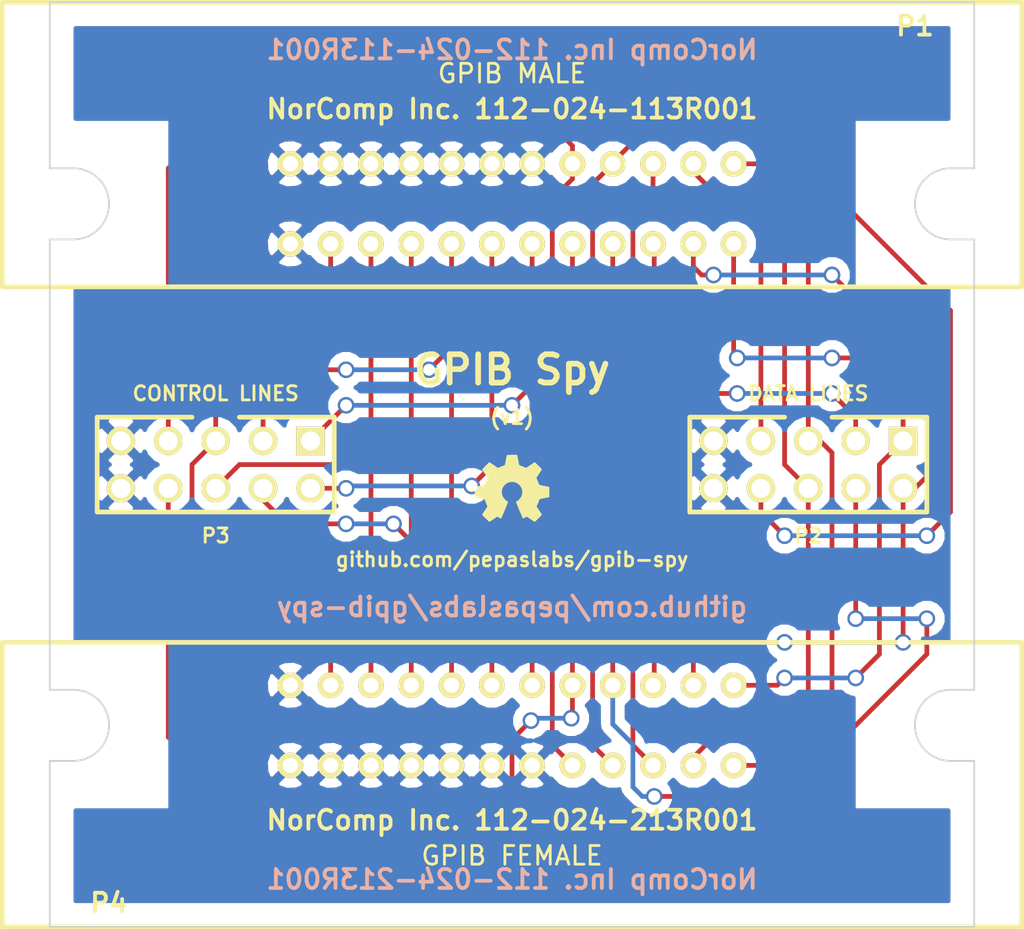
<source format=kicad_pcb>
(kicad_pcb (version 3) (host pcbnew "(22-Jun-2014 BZR 4027)-stable")

  (general
    (links 0)
    (no_connects 0)
    (area 122.808999 42.798999 178.181001 93.091001)
    (thickness 1.6)
    (drawings 30)
    (tracks 183)
    (zones 0)
    (modules 5)
    (nets 18)
  )

  (page A3)
  (layers
    (15 F.Cu signal)
    (0 B.Cu signal)
    (16 B.Adhes user)
    (17 F.Adhes user)
    (18 B.Paste user)
    (19 F.Paste user)
    (20 B.SilkS user)
    (21 F.SilkS user)
    (22 B.Mask user)
    (23 F.Mask user)
    (24 Dwgs.User user)
    (25 Cmts.User user)
    (26 Eco1.User user)
    (27 Eco2.User user)
    (28 Edge.Cuts user)
  )

  (setup
    (last_trace_width 0.254)
    (user_trace_width 0.508)
    (trace_clearance 0.254)
    (zone_clearance 0.508)
    (zone_45_only no)
    (trace_min 0.254)
    (segment_width 0.2)
    (edge_width 0.1)
    (via_size 0.889)
    (via_drill 0.635)
    (via_min_size 0.889)
    (via_min_drill 0.508)
    (uvia_size 0.508)
    (uvia_drill 0.127)
    (uvias_allowed no)
    (uvia_min_size 0.508)
    (uvia_min_drill 0.127)
    (pcb_text_width 0.3)
    (pcb_text_size 1.5 1.5)
    (mod_edge_width 0.254)
    (mod_text_size 1 1)
    (mod_text_width 0.15)
    (pad_size 1.3716 1.3716)
    (pad_drill 0.8128)
    (pad_to_mask_clearance 0)
    (aux_axis_origin 0 0)
    (visible_elements FFFFFFBF)
    (pcbplotparams
      (layerselection 284196865)
      (usegerberextensions true)
      (excludeedgelayer true)
      (linewidth 0.150000)
      (plotframeref false)
      (viasonmask false)
      (mode 1)
      (useauxorigin false)
      (hpglpennumber 1)
      (hpglpenspeed 20)
      (hpglpendiameter 15)
      (hpglpenoverlay 2)
      (psnegative false)
      (psa4output false)
      (plotreference true)
      (plotvalue true)
      (plotothertext true)
      (plotinvisibletext false)
      (padsonsilk false)
      (subtractmaskfromsilk false)
      (outputformat 1)
      (mirror false)
      (drillshape 0)
      (scaleselection 1)
      (outputdirectory gerbers))
  )

  (net 0 "")
  (net 1 GND)
  (net 2 N-0000010)
  (net 3 N-0000011)
  (net 4 N-0000012)
  (net 5 N-0000013)
  (net 6 N-0000014)
  (net 7 N-0000015)
  (net 8 N-0000016)
  (net 9 N-0000017)
  (net 10 N-000002)
  (net 11 N-000003)
  (net 12 N-000004)
  (net 13 N-000005)
  (net 14 N-000006)
  (net 15 N-000007)
  (net 16 N-000008)
  (net 17 N-000009)

  (net_class Default "This is the default net class."
    (clearance 0.254)
    (trace_width 0.254)
    (via_dia 0.889)
    (via_drill 0.635)
    (uvia_dia 0.508)
    (uvia_drill 0.127)
    (add_net "")
    (add_net GND)
    (add_net N-0000010)
    (add_net N-0000011)
    (add_net N-0000012)
    (add_net N-0000013)
    (add_net N-0000014)
    (add_net N-0000015)
    (add_net N-0000016)
    (add_net N-0000017)
    (add_net N-000002)
    (add_net N-000003)
    (add_net N-000004)
    (add_net N-000005)
    (add_net N-000006)
    (add_net N-000007)
    (add_net N-000008)
    (add_net N-000009)
  )

  (module IDC_5x2 (layer F.Cu) (tedit 595F1B5B) (tstamp 595EF636)
    (at 166.37 67.945 180)
    (descr "2x5 IDC connector")
    (tags CONN)
    (path /595D2EB3)
    (fp_text reference P2 (at 0 -3.81 180) (layer F.SilkS)
      (effects (font (size 0.762 0.762) (thickness 0.1524)))
    )
    (fp_text value "DATA LINES" (at 0 3.81 180) (layer F.SilkS)
      (effects (font (size 0.762 0.762) (thickness 0.1524)))
    )
    (fp_line (start 1.27 2.54) (end 6.35 2.54) (layer F.SilkS) (width 0.254))
    (fp_line (start -6.35 2.54) (end -1.27 2.54) (layer F.SilkS) (width 0.254))
    (fp_line (start -6.35 -2.54) (end 6.35 -2.54) (layer F.SilkS) (width 0.254))
    (fp_line (start 6.35 -2.54) (end 6.35 2.54) (layer F.SilkS) (width 0.254))
    (fp_line (start -6.35 2.54) (end -6.35 -2.54) (layer F.SilkS) (width 0.254))
    (pad 1 thru_hole rect (at -5.08 1.27 180) (size 1.524 1.524) (drill 1.016)
      (layers *.Cu *.Mask F.SilkS)
      (net 10 N-000002)
    )
    (pad 2 thru_hole circle (at -5.08 -1.27 180) (size 1.524 1.524) (drill 1.016)
      (layers *.Cu *.Mask F.SilkS)
      (net 12 N-000004)
    )
    (pad 3 thru_hole circle (at -2.54 1.27 180) (size 1.524 1.524) (drill 1.016)
      (layers *.Cu *.Mask F.SilkS)
      (net 13 N-000005)
    )
    (pad 4 thru_hole circle (at -2.54 -1.27 180) (size 1.524 1.524) (drill 1.016)
      (layers *.Cu *.Mask F.SilkS)
      (net 14 N-000006)
    )
    (pad 5 thru_hole circle (at 0 1.27 180) (size 1.524 1.524) (drill 1.016)
      (layers *.Cu *.Mask F.SilkS)
      (net 5 N-0000013)
    )
    (pad 6 thru_hole circle (at 0 -1.27 180) (size 1.524 1.524) (drill 1.016)
      (layers *.Cu *.Mask F.SilkS)
      (net 6 N-0000014)
    )
    (pad 7 thru_hole circle (at 2.54 1.27 180) (size 1.524 1.524) (drill 1.016)
      (layers *.Cu *.Mask F.SilkS)
      (net 7 N-0000015)
    )
    (pad 8 thru_hole circle (at 2.54 -1.27 180) (size 1.524 1.524) (drill 1.016)
      (layers *.Cu *.Mask F.SilkS)
      (net 8 N-0000016)
    )
    (pad 9 thru_hole circle (at 5.08 1.27 180) (size 1.524 1.524) (drill 1.016)
      (layers *.Cu *.Mask F.SilkS)
      (net 1 GND)
    )
    (pad 10 thru_hole circle (at 5.08 -1.27 180) (size 1.524 1.524) (drill 1.016)
      (layers *.Cu *.Mask F.SilkS)
      (net 1 GND)
    )
    (model pin_array/pins_array_5x2.wrl
      (at (xyz 0 0 0))
      (scale (xyz 1 1 1))
      (rotate (xyz 0 0 0))
    )
  )

  (module IDC_5x2 (layer F.Cu) (tedit 595F1B6E) (tstamp 595EF649)
    (at 134.62 67.945 180)
    (descr "2x5 IDC connector")
    (tags CONN)
    (path /595D2EC2)
    (fp_text reference P3 (at 0 -3.81 180) (layer F.SilkS)
      (effects (font (size 0.762 0.762) (thickness 0.1524)))
    )
    (fp_text value "CONTROL LINES" (at 0 3.81 180) (layer F.SilkS)
      (effects (font (size 0.762 0.762) (thickness 0.1524)))
    )
    (fp_line (start 1.27 2.54) (end 6.35 2.54) (layer F.SilkS) (width 0.254))
    (fp_line (start -6.35 2.54) (end -1.27 2.54) (layer F.SilkS) (width 0.254))
    (fp_line (start -6.35 -2.54) (end 6.35 -2.54) (layer F.SilkS) (width 0.254))
    (fp_line (start 6.35 -2.54) (end 6.35 2.54) (layer F.SilkS) (width 0.254))
    (fp_line (start -6.35 2.54) (end -6.35 -2.54) (layer F.SilkS) (width 0.254))
    (pad 1 thru_hole rect (at -5.08 1.27 180) (size 1.524 1.524) (drill 1.016)
      (layers *.Cu *.Mask F.SilkS)
      (net 16 N-000008)
    )
    (pad 2 thru_hole circle (at -5.08 -1.27 180) (size 1.524 1.524) (drill 1.016)
      (layers *.Cu *.Mask F.SilkS)
      (net 17 N-000009)
    )
    (pad 3 thru_hole circle (at -2.54 1.27 180) (size 1.524 1.524) (drill 1.016)
      (layers *.Cu *.Mask F.SilkS)
      (net 2 N-0000010)
    )
    (pad 4 thru_hole circle (at -2.54 -1.27 180) (size 1.524 1.524) (drill 1.016)
      (layers *.Cu *.Mask F.SilkS)
      (net 3 N-0000011)
    )
    (pad 5 thru_hole circle (at 0 1.27 180) (size 1.524 1.524) (drill 1.016)
      (layers *.Cu *.Mask F.SilkS)
      (net 11 N-000003)
    )
    (pad 6 thru_hole circle (at 0 -1.27 180) (size 1.524 1.524) (drill 1.016)
      (layers *.Cu *.Mask F.SilkS)
      (net 4 N-0000012)
    )
    (pad 7 thru_hole circle (at 2.54 1.27 180) (size 1.524 1.524) (drill 1.016)
      (layers *.Cu *.Mask F.SilkS)
      (net 9 N-0000017)
    )
    (pad 8 thru_hole circle (at 2.54 -1.27 180) (size 1.524 1.524) (drill 1.016)
      (layers *.Cu *.Mask F.SilkS)
      (net 15 N-000007)
    )
    (pad 9 thru_hole circle (at 5.08 1.27 180) (size 1.524 1.524) (drill 1.016)
      (layers *.Cu *.Mask F.SilkS)
      (net 1 GND)
    )
    (pad 10 thru_hole circle (at 5.08 -1.27 180) (size 1.524 1.524) (drill 1.016)
      (layers *.Cu *.Mask F.SilkS)
      (net 1 GND)
    )
    (model pin_array/pins_array_5x2.wrl
      (at (xyz 0 0 0))
      (scale (xyz 1 1 1))
      (rotate (xyz 0 0 0))
    )
  )

  (module 112-024-113R001 (layer F.Cu) (tedit 595F2505) (tstamp 595F1AAE)
    (at 150.495 53.975 180)
    (path /595D2870)
    (fp_text reference P1 (at -21.59 9.525 180) (layer F.SilkS)
      (effects (font (size 1.016 1.016) (thickness 0.2032)))
    )
    (fp_text value "GPIB MALE" (at 19.05 9.525 180) (layer F.SilkS) hide
      (effects (font (size 1.016 1.016) (thickness 0.2032)))
    )
    (fp_text user "GPIB MALE" (at 0 6.985 180) (layer F.SilkS)
      (effects (font (size 1 1) (thickness 0.15)))
    )
    (fp_text user "NorComp Inc. 112-024-113R001" (at 0 5.08 180) (layer F.SilkS)
      (effects (font (size 1.016 1.016) (thickness 0.2032)))
    )
    (fp_line (start -27.305 10.795) (end -27.305 -4.445) (layer F.SilkS) (width 0.254))
    (fp_line (start -27.305 -4.445) (end 27.305 -4.445) (layer F.SilkS) (width 0.254))
    (fp_line (start 27.305 -4.445) (end 27.305 10.795) (layer F.SilkS) (width 0.254))
    (fp_line (start -27.305 10.795) (end 27.305 10.795) (layer F.SilkS) (width 0.254))
    (pad 6 thru_hole circle (at -1.0795 -2.1463 180) (size 1.3716 1.3716) (drill 0.8128)
      (layers *.Cu *.Mask F.SilkS)
      (net 16 N-000008)
    )
    (pad 5 thru_hole circle (at -3.2385 -2.1463 180) (size 1.3716 1.3716) (drill 0.8128)
      (layers *.Cu *.Mask F.SilkS)
      (net 15 N-000007)
    )
    (pad 8 thru_hole circle (at 3.2385 -2.1463 180) (size 1.3716 1.3716) (drill 0.8128)
      (layers *.Cu *.Mask F.SilkS)
      (net 2 N-0000010)
    )
    (pad 7 thru_hole circle (at 1.0795 -2.1463 180) (size 1.3716 1.3716) (drill 0.8128)
      (layers *.Cu *.Mask F.SilkS)
      (net 17 N-000009)
    )
    (pad 18 thru_hole circle (at -1.0795 2.1463 180) (size 1.3716 1.3716) (drill 0.8128)
      (layers *.Cu *.Mask F.SilkS)
      (net 1 GND)
    )
    (pad 19 thru_hole circle (at 1.0795 2.1463 180) (size 1.3716 1.3716) (drill 0.8128)
      (layers *.Cu *.Mask F.SilkS)
      (net 1 GND)
    )
    (pad 20 thru_hole circle (at 3.2385 2.1463 180) (size 1.3716 1.3716) (drill 0.8128)
      (layers *.Cu *.Mask F.SilkS)
      (net 1 GND)
    )
    (pad 17 thru_hole circle (at -3.2385 2.1463 180) (size 1.3716 1.3716) (drill 0.8128)
      (layers *.Cu *.Mask F.SilkS)
      (net 9 N-0000017)
    )
    (pad 9 thru_hole circle (at 5.3975 -2.1463 180) (size 1.3716 1.3716) (drill 0.8128)
      (layers *.Cu *.Mask F.SilkS)
      (net 3 N-0000011)
    )
    (pad 10 thru_hole circle (at 7.5565 -2.1463 180) (size 1.3716 1.3716) (drill 0.8128)
      (layers *.Cu *.Mask F.SilkS)
      (net 4 N-0000012)
    )
    (pad 11 thru_hole circle (at 9.7155 -2.1463 180) (size 1.3716 1.3716) (drill 0.8128)
      (layers *.Cu *.Mask F.SilkS)
      (net 11 N-000003)
    )
    (pad 12 thru_hole circle (at 11.8745 -2.1463 180) (size 1.3716 1.3716) (drill 0.8128)
      (layers *.Cu *.Mask F.SilkS)
      (net 1 GND)
    )
    (pad 21 thru_hole circle (at 5.3975 2.1463 180) (size 1.3716 1.3716) (drill 0.8128)
      (layers *.Cu *.Mask F.SilkS)
      (net 1 GND)
    )
    (pad 22 thru_hole circle (at 7.5565 2.1463 180) (size 1.3716 1.3716) (drill 0.8128)
      (layers *.Cu *.Mask F.SilkS)
      (net 1 GND)
    )
    (pad 23 thru_hole circle (at 9.7155 2.1463 180) (size 1.3716 1.3716) (drill 0.8128)
      (layers *.Cu *.Mask F.SilkS)
      (net 1 GND)
    )
    (pad 24 thru_hole circle (at 11.8745 2.1463 180) (size 1.3716 1.3716) (drill 0.8128)
      (layers *.Cu *.Mask F.SilkS)
      (net 1 GND)
    )
    (pad 4 thru_hole circle (at -5.3975 -2.1463 180) (size 1.3716 1.3716) (drill 0.8128)
      (layers *.Cu *.Mask F.SilkS)
      (net 14 N-000006)
    )
    (pad 3 thru_hole circle (at -7.5565 -2.1463 180) (size 1.3716 1.3716) (drill 0.8128)
      (layers *.Cu *.Mask F.SilkS)
      (net 13 N-000005)
    )
    (pad 2 thru_hole circle (at -9.7155 -2.1463 180) (size 1.3716 1.3716) (drill 0.8128)
      (layers *.Cu *.Mask F.SilkS)
      (net 12 N-000004)
    )
    (pad 1 thru_hole circle (at -11.8745 -2.1463 180) (size 1.3716 1.3716) (drill 0.8128)
      (layers *.Cu *.Mask F.SilkS)
      (net 10 N-000002)
    )
    (pad 16 thru_hole circle (at -5.3975 2.1463 180) (size 1.3716 1.3716) (drill 0.8128)
      (layers *.Cu *.Mask F.SilkS)
      (net 8 N-0000016)
    )
    (pad 15 thru_hole circle (at -7.5565 2.1463 180) (size 1.3716 1.3716) (drill 0.8128)
      (layers *.Cu *.Mask F.SilkS)
      (net 7 N-0000015)
    )
    (pad 14 thru_hole circle (at -9.7155 2.1463 180) (size 1.3716 1.3716) (drill 0.8128)
      (layers *.Cu *.Mask F.SilkS)
      (net 6 N-0000014)
    )
    (pad 13 thru_hole circle (at -11.8745 2.1463 180) (size 1.3716 1.3716) (drill 0.8128)
      (layers *.Cu *.Mask F.SilkS)
      (net 5 N-0000013)
    )
  )

  (module 112-024-213R001 (layer F.Cu) (tedit 595F2511) (tstamp 595F1AF7)
    (at 150.495 81.915)
    (path /595D2861)
    (fp_text reference P4 (at -21.59 9.525) (layer F.SilkS)
      (effects (font (size 1.016 1.016) (thickness 0.2032)))
    )
    (fp_text value "GPIB FEMALE" (at 19.05 9.525) (layer F.SilkS) hide
      (effects (font (size 1.016 1.016) (thickness 0.2032)))
    )
    (fp_text user "GPIB FEMALE" (at 0 6.985) (layer F.SilkS)
      (effects (font (size 1 1) (thickness 0.15)))
    )
    (fp_text user "NorComp Inc. 112-024-213R001" (at 0 5.08) (layer F.SilkS)
      (effects (font (size 1.016 1.016) (thickness 0.2032)))
    )
    (fp_line (start -27.305 10.795) (end -27.305 -4.445) (layer F.SilkS) (width 0.254))
    (fp_line (start -27.305 -4.445) (end 27.305 -4.445) (layer F.SilkS) (width 0.254))
    (fp_line (start 27.305 -4.445) (end 27.305 10.795) (layer F.SilkS) (width 0.254))
    (fp_line (start -27.305 10.795) (end 27.305 10.795) (layer F.SilkS) (width 0.254))
    (pad 7 thru_hole circle (at -1.0795 -2.1463) (size 1.3716 1.3716) (drill 0.8128)
      (layers *.Cu *.Mask F.SilkS)
      (net 17 N-000009)
    )
    (pad 8 thru_hole circle (at -3.2385 -2.1463) (size 1.3716 1.3716) (drill 0.8128)
      (layers *.Cu *.Mask F.SilkS)
      (net 2 N-0000010)
    )
    (pad 5 thru_hole circle (at 3.2385 -2.1463) (size 1.3716 1.3716) (drill 0.8128)
      (layers *.Cu *.Mask F.SilkS)
      (net 15 N-000007)
    )
    (pad 6 thru_hole circle (at 1.0795 -2.1463) (size 1.3716 1.3716) (drill 0.8128)
      (layers *.Cu *.Mask F.SilkS)
      (net 16 N-000008)
    )
    (pad 19 thru_hole circle (at -1.0795 2.1463) (size 1.3716 1.3716) (drill 0.8128)
      (layers *.Cu *.Mask F.SilkS)
      (net 1 GND)
    )
    (pad 18 thru_hole circle (at 1.0795 2.1463) (size 1.3716 1.3716) (drill 0.8128)
      (layers *.Cu *.Mask F.SilkS)
      (net 1 GND)
    )
    (pad 17 thru_hole circle (at 3.2385 2.1463) (size 1.3716 1.3716) (drill 0.8128)
      (layers *.Cu *.Mask F.SilkS)
      (net 9 N-0000017)
    )
    (pad 20 thru_hole circle (at -3.2385 2.1463) (size 1.3716 1.3716) (drill 0.8128)
      (layers *.Cu *.Mask F.SilkS)
      (net 1 GND)
    )
    (pad 4 thru_hole circle (at 5.3975 -2.1463) (size 1.3716 1.3716) (drill 0.8128)
      (layers *.Cu *.Mask F.SilkS)
      (net 14 N-000006)
    )
    (pad 3 thru_hole circle (at 7.5565 -2.1463) (size 1.3716 1.3716) (drill 0.8128)
      (layers *.Cu *.Mask F.SilkS)
      (net 13 N-000005)
    )
    (pad 2 thru_hole circle (at 9.7155 -2.1463) (size 1.3716 1.3716) (drill 0.8128)
      (layers *.Cu *.Mask F.SilkS)
      (net 12 N-000004)
    )
    (pad 1 thru_hole circle (at 11.8745 -2.1463) (size 1.3716 1.3716) (drill 0.8128)
      (layers *.Cu *.Mask F.SilkS)
      (net 10 N-000002)
    )
    (pad 16 thru_hole circle (at 5.3975 2.1463) (size 1.3716 1.3716) (drill 0.8128)
      (layers *.Cu *.Mask F.SilkS)
      (net 8 N-0000016)
    )
    (pad 15 thru_hole circle (at 7.5565 2.1463) (size 1.3716 1.3716) (drill 0.8128)
      (layers *.Cu *.Mask F.SilkS)
      (net 7 N-0000015)
    )
    (pad 14 thru_hole circle (at 9.7155 2.1463) (size 1.3716 1.3716) (drill 0.8128)
      (layers *.Cu *.Mask F.SilkS)
      (net 6 N-0000014)
    )
    (pad 13 thru_hole circle (at 11.8745 2.1463) (size 1.3716 1.3716) (drill 0.8128)
      (layers *.Cu *.Mask F.SilkS)
      (net 5 N-0000013)
    )
    (pad 9 thru_hole circle (at -5.3975 -2.1463) (size 1.3716 1.3716) (drill 0.8128)
      (layers *.Cu *.Mask F.SilkS)
      (net 3 N-0000011)
    )
    (pad 10 thru_hole circle (at -7.5565 -2.1463) (size 1.3716 1.3716) (drill 0.8128)
      (layers *.Cu *.Mask F.SilkS)
      (net 4 N-0000012)
    )
    (pad 11 thru_hole circle (at -9.7155 -2.1463) (size 1.3716 1.3716) (drill 0.8128)
      (layers *.Cu *.Mask F.SilkS)
      (net 11 N-000003)
    )
    (pad 12 thru_hole circle (at -11.8745 -2.1463) (size 1.3716 1.3716) (drill 0.8128)
      (layers *.Cu *.Mask F.SilkS)
      (net 1 GND)
    )
    (pad 21 thru_hole circle (at -5.3975 2.1463) (size 1.3716 1.3716) (drill 0.8128)
      (layers *.Cu *.Mask F.SilkS)
      (net 1 GND)
    )
    (pad 22 thru_hole circle (at -7.5565 2.1463) (size 1.3716 1.3716) (drill 0.8128)
      (layers *.Cu *.Mask F.SilkS)
      (net 1 GND)
    )
    (pad 23 thru_hole circle (at -9.7155 2.1463) (size 1.3716 1.3716) (drill 0.8128)
      (layers *.Cu *.Mask F.SilkS)
      (net 1 GND)
    )
    (pad 24 thru_hole circle (at -11.8745 2.1463) (size 1.3716 1.3716) (drill 0.8128)
      (layers *.Cu *.Mask F.SilkS)
      (net 1 GND)
    )
  )

  (module OSHW-logo_silkscreen-front_4mm (layer F.Cu) (tedit 0) (tstamp 595F7E90)
    (at 150.495 69.215)
    (fp_text reference G*** (at 0 2.1209) (layer F.SilkS) hide
      (effects (font (size 0.18034 0.18034) (thickness 0.03556)))
    )
    (fp_text value OSHW-logo_silkscreen-front_4mm (at 0 -2.1209) (layer F.SilkS) hide
      (effects (font (size 0.18034 0.18034) (thickness 0.03556)))
    )
    (fp_poly (pts (xy -1.21158 1.79578) (xy -1.19126 1.78562) (xy -1.143 1.75514) (xy -1.07696 1.71196)
      (xy -0.99822 1.65862) (xy -0.91948 1.60528) (xy -0.85344 1.5621) (xy -0.80772 1.53162)
      (xy -0.78994 1.52146) (xy -0.77978 1.524) (xy -0.74168 1.54432) (xy -0.6858 1.57226)
      (xy -0.65532 1.5875) (xy -0.60452 1.61036) (xy -0.57912 1.61544) (xy -0.57658 1.60782)
      (xy -0.55626 1.56972) (xy -0.52832 1.50368) (xy -0.49022 1.41732) (xy -0.44704 1.31572)
      (xy -0.40132 1.2065) (xy -0.3556 1.09474) (xy -0.30988 0.98806) (xy -0.27178 0.89154)
      (xy -0.23876 0.81534) (xy -0.21844 0.75946) (xy -0.21082 0.7366) (xy -0.21336 0.73152)
      (xy -0.23876 0.70866) (xy -0.28194 0.67564) (xy -0.37846 0.5969) (xy -0.4699 0.48006)
      (xy -0.52832 0.34798) (xy -0.5461 0.20066) (xy -0.53086 0.06604) (xy -0.47752 -0.0635)
      (xy -0.38608 -0.18288) (xy -0.27432 -0.26924) (xy -0.14478 -0.32512) (xy 0 -0.3429)
      (xy 0.1397 -0.32766) (xy 0.27178 -0.27432) (xy 0.39116 -0.18542) (xy 0.43942 -0.127)
      (xy 0.508 -0.00762) (xy 0.54864 0.11938) (xy 0.55118 0.14986) (xy 0.5461 0.2921)
      (xy 0.50546 0.42672) (xy 0.4318 0.5461) (xy 0.32766 0.64516) (xy 0.31496 0.65532)
      (xy 0.2667 0.69088) (xy 0.23622 0.71374) (xy 0.21082 0.73406) (xy 0.38862 1.16586)
      (xy 0.41656 1.23444) (xy 0.46736 1.35128) (xy 0.51054 1.45288) (xy 0.54356 1.53416)
      (xy 0.56896 1.5875) (xy 0.57912 1.61036) (xy 0.57912 1.61036) (xy 0.59436 1.6129)
      (xy 0.62738 1.6002) (xy 0.68834 1.57226) (xy 0.72898 1.55194) (xy 0.7747 1.52908)
      (xy 0.79502 1.52146) (xy 0.8128 1.53162) (xy 0.85598 1.55956) (xy 0.91948 1.60274)
      (xy 0.99568 1.65354) (xy 1.06934 1.70434) (xy 1.13792 1.75006) (xy 1.18618 1.78054)
      (xy 1.21158 1.79324) (xy 1.21412 1.79324) (xy 1.23444 1.78054) (xy 1.27508 1.75006)
      (xy 1.3335 1.69418) (xy 1.41478 1.6129) (xy 1.42748 1.6002) (xy 1.49606 1.52908)
      (xy 1.55194 1.47066) (xy 1.59004 1.43002) (xy 1.60274 1.41224) (xy 1.60274 1.41224)
      (xy 1.59004 1.38684) (xy 1.55956 1.33858) (xy 1.51384 1.27) (xy 1.4605 1.19126)
      (xy 1.31826 0.98298) (xy 1.397 0.7874) (xy 1.41986 0.72898) (xy 1.45034 0.65532)
      (xy 1.4732 0.60452) (xy 1.4859 0.58166) (xy 1.50622 0.57404) (xy 1.55956 0.56134)
      (xy 1.6383 0.54356) (xy 1.72974 0.52832) (xy 1.81864 0.51054) (xy 1.89738 0.4953)
      (xy 1.9558 0.48514) (xy 1.9812 0.48006) (xy 1.98628 0.47498) (xy 1.99136 0.46228)
      (xy 1.99644 0.43688) (xy 1.99644 0.38862) (xy 1.99898 0.31242) (xy 1.99898 0.20066)
      (xy 1.99898 0.1905) (xy 1.99644 0.08382) (xy 1.99644 0) (xy 1.9939 -0.05334)
      (xy 1.98882 -0.07366) (xy 1.98882 -0.07366) (xy 1.96342 -0.08128) (xy 1.90754 -0.09144)
      (xy 1.8288 -0.10922) (xy 1.73228 -0.127) (xy 1.7272 -0.127) (xy 1.63322 -0.14478)
      (xy 1.55448 -0.16256) (xy 1.4986 -0.17526) (xy 1.47574 -0.18288) (xy 1.47066 -0.18796)
      (xy 1.45034 -0.22606) (xy 1.4224 -0.28448) (xy 1.39192 -0.3556) (xy 1.36144 -0.42926)
      (xy 1.3335 -0.49784) (xy 1.31572 -0.5461) (xy 1.31064 -0.56896) (xy 1.31064 -0.56896)
      (xy 1.32588 -0.59182) (xy 1.3589 -0.64262) (xy 1.40462 -0.70866) (xy 1.4605 -0.78994)
      (xy 1.46304 -0.79756) (xy 1.51892 -0.8763) (xy 1.5621 -0.94488) (xy 1.59258 -0.99314)
      (xy 1.60274 -1.01346) (xy 1.60274 -1.016) (xy 1.58496 -1.03886) (xy 1.54432 -1.08458)
      (xy 1.4859 -1.14554) (xy 1.41478 -1.21666) (xy 1.39192 -1.23698) (xy 1.31572 -1.31318)
      (xy 1.26238 -1.36398) (xy 1.22682 -1.38938) (xy 1.21158 -1.397) (xy 1.21158 -1.39446)
      (xy 1.18618 -1.38176) (xy 1.13538 -1.34874) (xy 1.0668 -1.30048) (xy 0.98552 -1.24714)
      (xy 0.98044 -1.24206) (xy 0.9017 -1.18872) (xy 0.83566 -1.143) (xy 0.7874 -1.11252)
      (xy 0.76708 -1.09982) (xy 0.762 -1.09982) (xy 0.73152 -1.10998) (xy 0.6731 -1.12776)
      (xy 0.60452 -1.1557) (xy 0.53086 -1.18618) (xy 0.46228 -1.21412) (xy 0.41148 -1.23698)
      (xy 0.38862 -1.24968) (xy 0.38862 -1.25222) (xy 0.37846 -1.28016) (xy 0.36576 -1.34112)
      (xy 0.34798 -1.4224) (xy 0.3302 -1.52146) (xy 0.32766 -1.5367) (xy 0.30988 -1.63068)
      (xy 0.29464 -1.70942) (xy 0.28194 -1.7653) (xy 0.27686 -1.78816) (xy 0.26416 -1.7907)
      (xy 0.2159 -1.79324) (xy 0.14478 -1.79578) (xy 0.05842 -1.79578) (xy -0.03048 -1.79578)
      (xy -0.11684 -1.79324) (xy -0.19304 -1.7907) (xy -0.24638 -1.78816) (xy -0.26924 -1.78308)
      (xy -0.27178 -1.78054) (xy -0.2794 -1.7526) (xy -0.2921 -1.69164) (xy -0.30988 -1.61036)
      (xy -0.32766 -1.5113) (xy -0.3302 -1.49352) (xy -0.34798 -1.39954) (xy -0.36576 -1.3208)
      (xy -0.37592 -1.26746) (xy -0.38354 -1.24714) (xy -0.39116 -1.24206) (xy -0.42926 -1.22428)
      (xy -0.49276 -1.19888) (xy -0.57404 -1.16586) (xy -0.75692 -1.0922) (xy -0.98044 -1.24714)
      (xy -1.00076 -1.25984) (xy -1.08204 -1.31572) (xy -1.14808 -1.3589) (xy -1.1938 -1.38938)
      (xy -1.21412 -1.39954) (xy -1.21412 -1.39954) (xy -1.23698 -1.37922) (xy -1.2827 -1.33858)
      (xy -1.34366 -1.27762) (xy -1.41224 -1.20904) (xy -1.46558 -1.1557) (xy -1.52654 -1.0922)
      (xy -1.56718 -1.05156) (xy -1.5875 -1.02362) (xy -1.59512 -1.00584) (xy -1.59258 -0.99568)
      (xy -1.57988 -0.97282) (xy -1.54686 -0.92456) (xy -1.50114 -0.85598) (xy -1.44526 -0.77724)
      (xy -1.39954 -0.70866) (xy -1.35128 -0.635) (xy -1.3208 -0.58166) (xy -1.3081 -0.55372)
      (xy -1.31064 -0.54356) (xy -1.32842 -0.50038) (xy -1.35382 -0.4318) (xy -1.38684 -0.35306)
      (xy -1.46558 -0.17526) (xy -1.58242 -0.15494) (xy -1.65354 -0.1397) (xy -1.7526 -0.12192)
      (xy -1.84658 -0.10414) (xy -1.9939 -0.07366) (xy -1.99898 0.46482) (xy -1.97612 0.47498)
      (xy -1.95326 0.4826) (xy -1.89992 0.49276) (xy -1.82118 0.508) (xy -1.72974 0.52578)
      (xy -1.651 0.54102) (xy -1.57226 0.55626) (xy -1.51638 0.56642) (xy -1.49098 0.5715)
      (xy -1.48336 0.58166) (xy -1.46304 0.61976) (xy -1.4351 0.68072) (xy -1.40462 0.75438)
      (xy -1.37414 0.82804) (xy -1.3462 0.89916) (xy -1.32588 0.9525) (xy -1.31826 0.98044)
      (xy -1.32842 1.00076) (xy -1.3589 1.04648) (xy -1.40208 1.11252) (xy -1.45542 1.19126)
      (xy -1.5113 1.27) (xy -1.55448 1.33858) (xy -1.5875 1.38684) (xy -1.6002 1.40716)
      (xy -1.59258 1.4224) (xy -1.5621 1.4605) (xy -1.50368 1.52146) (xy -1.41478 1.61036)
      (xy -1.39954 1.62306) (xy -1.33096 1.69164) (xy -1.27 1.74498) (xy -1.22936 1.78308)
      (xy -1.21158 1.79578)) (layer F.SilkS) (width 0.00254))
  )

  (gr_text github.com/pepaslabs/gpib-spy (at 150.495 75.565) (layer B.SilkS)
    (effects (font (size 1.016 1.016) (thickness 0.2032)) (justify mirror))
  )
  (gr_line (start 173.99 83.82) (end 175.26 83.82) (angle 90) (layer Edge.Cuts) (width 0.1))
  (gr_line (start 173.99 80.01) (end 175.26 80.01) (angle 90) (layer Edge.Cuts) (width 0.1))
  (gr_arc (start 173.99 81.915) (end 173.99 83.82) (angle 90) (layer Edge.Cuts) (width 0.1))
  (gr_arc (start 173.99 81.915) (end 172.085 81.915) (angle 90) (layer Edge.Cuts) (width 0.1))
  (gr_text "NorComp Inc. 112-024-213R001" (at 150.495 90.17) (layer B.SilkS)
    (effects (font (size 1.016 1.016) (thickness 0.2032)) (justify mirror))
  )
  (gr_text "NorComp Inc. 112-024-113R001" (at 150.495 45.72) (layer B.SilkS)
    (effects (font (size 1.016 1.016) (thickness 0.2032)) (justify mirror))
  )
  (gr_text github.com/pepaslabs/gpib-spy (at 150.495 73.025) (layer F.SilkS)
    (effects (font (size 0.762 0.762) (thickness 0.1524)))
  )
  (gr_text "(v1)" (at 150.495 65.405) (layer F.SilkS)
    (effects (font (size 0.762 0.762) (thickness 0.1524)))
  )
  (gr_text "GPIB Spy" (at 150.495 62.865) (layer F.SilkS)
    (effects (font (size 1.524 1.524) (thickness 0.3048)))
  )
  (gr_line (start 125.73 55.88) (end 127 55.88) (angle 90) (layer Edge.Cuts) (width 0.1))
  (gr_line (start 127 52.07) (end 125.73 52.07) (angle 90) (layer Edge.Cuts) (width 0.1))
  (gr_line (start 127 80.01) (end 125.73 80.01) (angle 90) (layer Edge.Cuts) (width 0.1))
  (gr_line (start 127 83.82) (end 125.73 83.82) (angle 90) (layer Edge.Cuts) (width 0.1))
  (gr_arc (start 127 81.915) (end 128.905 81.915) (angle 90) (layer Edge.Cuts) (width 0.1))
  (gr_arc (start 127 81.915) (end 127 80.01) (angle 90) (layer Edge.Cuts) (width 0.1))
  (gr_arc (start 127 53.975) (end 128.905 53.975) (angle 90) (layer Edge.Cuts) (width 0.1))
  (gr_arc (start 127 53.975) (end 127 52.07) (angle 90) (layer Edge.Cuts) (width 0.1))
  (gr_line (start 125.73 52.07) (end 125.73 43.18) (angle 90) (layer Edge.Cuts) (width 0.1))
  (gr_line (start 125.73 80.01) (end 125.73 55.88) (angle 90) (layer Edge.Cuts) (width 0.1))
  (gr_line (start 125.73 92.71) (end 125.73 83.82) (angle 90) (layer Edge.Cuts) (width 0.1))
  (gr_line (start 175.26 83.82) (end 175.26 92.71) (angle 90) (layer Edge.Cuts) (width 0.1))
  (gr_line (start 175.26 55.88) (end 175.26 80.01) (angle 90) (layer Edge.Cuts) (width 0.1))
  (gr_line (start 175.26 52.07) (end 175.26 43.18) (angle 90) (layer Edge.Cuts) (width 0.1))
  (gr_line (start 173.99 55.88) (end 175.26 55.88) (angle 90) (layer Edge.Cuts) (width 0.1))
  (gr_line (start 173.99 52.07) (end 175.26 52.07) (angle 90) (layer Edge.Cuts) (width 0.1))
  (gr_arc (start 173.99 53.975) (end 173.99 55.88) (angle 90) (layer Edge.Cuts) (width 0.1))
  (gr_arc (start 173.99 53.975) (end 172.085 53.975) (angle 90) (layer Edge.Cuts) (width 0.1))
  (gr_line (start 175.26 92.71) (end 125.73 92.71) (angle 90) (layer Edge.Cuts) (width 0.1))
  (gr_line (start 125.73 43.18) (end 175.26 43.18) (angle 90) (layer Edge.Cuts) (width 0.1))

  (segment (start 137.16 66.675) (end 137.16 65.405) (width 0.254) (layer F.Cu) (net 2) (status 400000))
  (segment (start 147.32 61.595) (end 147.2565 61.595) (width 0.254) (layer F.Cu) (net 2) (tstamp 595FE2E4))
  (segment (start 147.2565 61.6585) (end 147.32 61.595) (width 0.254) (layer F.Cu) (net 2) (tstamp 595FE2E2))
  (segment (start 146.05 62.865) (end 147.2565 61.6585) (width 0.254) (layer F.Cu) (net 2) (tstamp 595FE2E1))
  (via (at 146.05 62.865) (size 0.889) (layers F.Cu B.Cu) (net 2))
  (segment (start 141.605 62.865) (end 146.05 62.865) (width 0.254) (layer B.Cu) (net 2) (tstamp 595FE2DE))
  (via (at 141.605 62.865) (size 0.889) (layers F.Cu B.Cu) (net 2))
  (segment (start 139.7 62.865) (end 141.605 62.865) (width 0.254) (layer F.Cu) (net 2) (tstamp 595FE2DB))
  (segment (start 137.16 65.405) (end 139.7 62.865) (width 0.254) (layer F.Cu) (net 2) (tstamp 595FE2DA))
  (segment (start 147.2565 56.1213) (end 147.2565 61.595) (width 0.254) (layer F.Cu) (net 2) (status 400000))
  (segment (start 147.2565 61.595) (end 147.2565 79.7687) (width 0.254) (layer F.Cu) (net 2) (tstamp 595FE2E5) (status 800000))
  (segment (start 137.16 69.215) (end 137.16 69.85) (width 0.254) (layer F.Cu) (net 3) (status C00000))
  (segment (start 145.034 72.136) (end 145.0975 72.136) (width 0.254) (layer F.Cu) (net 3) (tstamp 595FE2F1))
  (segment (start 145.0975 72.0725) (end 145.034 72.136) (width 0.254) (layer F.Cu) (net 3) (tstamp 595FE2EF))
  (segment (start 144.145 71.12) (end 145.0975 72.0725) (width 0.254) (layer F.Cu) (net 3) (tstamp 595FE2EE))
  (via (at 144.145 71.12) (size 0.889) (layers F.Cu B.Cu) (net 3))
  (segment (start 141.605 71.12) (end 144.145 71.12) (width 0.254) (layer B.Cu) (net 3) (tstamp 595FE2EB))
  (via (at 141.605 71.12) (size 0.889) (layers F.Cu B.Cu) (net 3))
  (segment (start 138.43 71.12) (end 141.605 71.12) (width 0.254) (layer F.Cu) (net 3) (tstamp 595FE2E8))
  (segment (start 137.16 69.85) (end 138.43 71.12) (width 0.254) (layer F.Cu) (net 3) (tstamp 595FE2E7) (status 400000))
  (segment (start 145.0975 56.1213) (end 145.0975 72.136) (width 0.254) (layer F.Cu) (net 3) (status 400000))
  (segment (start 145.0975 72.136) (end 145.0975 79.7687) (width 0.254) (layer F.Cu) (net 3) (tstamp 595FE2F2) (status 800000))
  (segment (start 134.62 69.215) (end 135.89 67.945) (width 0.254) (layer F.Cu) (net 4) (status 400000))
  (segment (start 141.605 67.945) (end 142.9385 66.6115) (width 0.254) (layer F.Cu) (net 4) (tstamp 595FE2B5))
  (segment (start 135.89 67.945) (end 141.605 67.945) (width 0.254) (layer F.Cu) (net 4) (tstamp 595FE2B4))
  (segment (start 142.9385 56.1213) (end 142.9385 66.6115) (width 0.254) (layer F.Cu) (net 4) (status 400000))
  (segment (start 142.9385 66.6115) (end 142.9385 79.7687) (width 0.254) (layer F.Cu) (net 4) (tstamp 595FE2B9) (status 800000))
  (segment (start 166.37 66.675) (end 167.005 66.675) (width 0.254) (layer F.Cu) (net 5))
  (segment (start 164.8587 84.0613) (end 162.3695 84.0613) (width 0.254) (layer F.Cu) (net 5) (tstamp 595FE1B9))
  (segment (start 167.64 81.28) (end 164.8587 84.0613) (width 0.254) (layer F.Cu) (net 5) (tstamp 595FE1B7))
  (segment (start 167.64 67.31) (end 167.64 81.28) (width 0.254) (layer F.Cu) (net 5) (tstamp 595FE1B6))
  (segment (start 167.005 66.675) (end 167.64 67.31) (width 0.254) (layer F.Cu) (net 5) (tstamp 595FE1B5))
  (segment (start 162.3695 51.8287) (end 164.2237 51.8287) (width 0.254) (layer F.Cu) (net 5))
  (segment (start 166.37 53.975) (end 166.37 66.675) (width 0.254) (layer F.Cu) (net 5) (tstamp 595F7ED0))
  (segment (start 164.2237 51.8287) (end 166.37 53.975) (width 0.254) (layer F.Cu) (net 5) (tstamp 595F7ECE))
  (segment (start 166.37 69.215) (end 166.37 80.645) (width 0.254) (layer F.Cu) (net 6))
  (segment (start 160.2105 83.6295) (end 160.2105 84.0613) (width 0.254) (layer F.Cu) (net 6) (tstamp 595FE1C2))
  (segment (start 161.29 82.55) (end 160.2105 83.6295) (width 0.254) (layer F.Cu) (net 6) (tstamp 595FE1C1))
  (segment (start 164.465 82.55) (end 161.29 82.55) (width 0.254) (layer F.Cu) (net 6) (tstamp 595FE1BF))
  (segment (start 166.37 80.645) (end 164.465 82.55) (width 0.254) (layer F.Cu) (net 6) (tstamp 595FE1BD))
  (segment (start 160.2105 51.8287) (end 160.2105 52.2605) (width 0.254) (layer F.Cu) (net 6))
  (segment (start 165.1 67.945) (end 166.37 69.215) (width 0.254) (layer F.Cu) (net 6) (tstamp 595F7EDB))
  (segment (start 165.1 54.61) (end 165.1 67.945) (width 0.254) (layer F.Cu) (net 6) (tstamp 595F7ED9))
  (segment (start 163.83 53.34) (end 165.1 54.61) (width 0.254) (layer F.Cu) (net 6) (tstamp 595F7ED7))
  (segment (start 161.29 53.34) (end 163.83 53.34) (width 0.254) (layer F.Cu) (net 6) (tstamp 595F7ED5))
  (segment (start 160.2105 52.2605) (end 161.29 53.34) (width 0.254) (layer F.Cu) (net 6) (tstamp 595F7ED4))
  (segment (start 158.0515 53.213) (end 156.972 54.2925) (width 0.254) (layer F.Cu) (net 7))
  (segment (start 156.972 82.9818) (end 158.0515 84.0613) (width 0.254) (layer F.Cu) (net 7) (tstamp 595FE247) (status 800000))
  (segment (start 156.972 80.391) (end 156.972 82.9818) (width 0.254) (layer F.Cu) (net 7) (tstamp 595FE246))
  (segment (start 156.972 54.2925) (end 156.972 80.391) (width 0.254) (layer F.Cu) (net 7) (tstamp 595FE244))
  (segment (start 158.0515 51.8287) (end 158.0515 53.213) (width 0.254) (layer F.Cu) (net 7))
  (segment (start 158.0515 53.213) (end 158.0515 53.2765) (width 0.254) (layer F.Cu) (net 7) (tstamp 595FE242))
  (segment (start 163.83 55.245) (end 163.83 66.675) (width 0.254) (layer F.Cu) (net 7) (tstamp 595F7EE6))
  (segment (start 163.195 54.61) (end 163.83 55.245) (width 0.254) (layer F.Cu) (net 7) (tstamp 595F7EE5))
  (segment (start 159.385 54.61) (end 163.195 54.61) (width 0.254) (layer F.Cu) (net 7) (tstamp 595F7EE4))
  (segment (start 158.0515 53.2765) (end 159.385 54.61) (width 0.254) (layer F.Cu) (net 7) (tstamp 595F7EE3))
  (segment (start 155.8925 51.8287) (end 156.21 51.5112) (width 0.254) (layer F.Cu) (net 8) (status C00000))
  (segment (start 163.83 70.485) (end 163.83 69.215) (width 0.254) (layer F.Cu) (net 8) (tstamp 595FE25A) (status 800000))
  (segment (start 165.1 71.755) (end 163.83 70.485) (width 0.254) (layer F.Cu) (net 8) (tstamp 595FE259))
  (via (at 165.1 71.755) (size 0.889) (layers F.Cu B.Cu) (net 8))
  (segment (start 172.72 71.755) (end 165.1 71.755) (width 0.254) (layer B.Cu) (net 8) (tstamp 595FE256))
  (via (at 172.72 71.755) (size 0.889) (layers F.Cu B.Cu) (net 8))
  (segment (start 173.99 70.485) (end 172.72 71.755) (width 0.254) (layer F.Cu) (net 8) (tstamp 595FE253))
  (segment (start 173.99 59.69) (end 173.99 70.485) (width 0.254) (layer F.Cu) (net 8) (tstamp 595FE251))
  (segment (start 164.465 50.165) (end 173.99 59.69) (width 0.254) (layer F.Cu) (net 8) (tstamp 595FE24F))
  (segment (start 157.48 50.165) (end 164.465 50.165) (width 0.254) (layer F.Cu) (net 8) (tstamp 595FE24D))
  (segment (start 156.21 51.435) (end 157.48 50.165) (width 0.254) (layer F.Cu) (net 8) (tstamp 595FE24C) (status 400000))
  (segment (start 156.21 51.5112) (end 156.21 51.435) (width 0.254) (layer F.Cu) (net 8) (tstamp 595FE24B) (status C00000))
  (segment (start 155.8925 51.8287) (end 154.813 52.9082) (width 0.254) (layer F.Cu) (net 8) (status 400000))
  (segment (start 154.813 82.9818) (end 155.8925 84.0613) (width 0.254) (layer F.Cu) (net 8) (tstamp 595FE23E) (status 800000))
  (segment (start 154.813 81.534) (end 154.813 82.9818) (width 0.254) (layer F.Cu) (net 8) (tstamp 595FE23D))
  (segment (start 154.813 52.9082) (end 154.813 81.534) (width 0.254) (layer F.Cu) (net 8) (tstamp 595FE23B))
  (segment (start 153.7335 51.8287) (end 153.7335 50.8635) (width 0.254) (layer F.Cu) (net 9) (status 400000))
  (segment (start 132.08 52.07) (end 132.08 66.675) (width 0.254) (layer F.Cu) (net 9) (tstamp 595FE2A7) (status 800000))
  (segment (start 133.985 50.165) (end 132.08 52.07) (width 0.254) (layer F.Cu) (net 9) (tstamp 595FE2A5))
  (segment (start 153.035 50.165) (end 133.985 50.165) (width 0.254) (layer F.Cu) (net 9) (tstamp 595FE2A4))
  (segment (start 153.7335 50.8635) (end 153.035 50.165) (width 0.254) (layer F.Cu) (net 9) (tstamp 595FE2A3))
  (segment (start 153.7335 51.8287) (end 153.7335 52.6415) (width 0.254) (layer F.Cu) (net 9) (status 400000))
  (segment (start 152.654 82.9818) (end 153.7335 84.0613) (width 0.254) (layer F.Cu) (net 9) (tstamp 595FE237) (status 800000))
  (segment (start 152.654 53.721) (end 152.654 82.9818) (width 0.254) (layer F.Cu) (net 9) (tstamp 595FE235))
  (segment (start 153.7335 52.6415) (end 152.654 53.721) (width 0.254) (layer F.Cu) (net 9) (tstamp 595FE234))
  (segment (start 162.3695 79.7687) (end 164.7063 79.7687) (width 0.254) (layer F.Cu) (net 10) (status 400000))
  (segment (start 170.18 67.945) (end 171.45 66.675) (width 0.254) (layer F.Cu) (net 10) (tstamp 595FE211) (status 800000))
  (segment (start 170.18 78.105) (end 170.18 67.945) (width 0.254) (layer F.Cu) (net 10) (tstamp 595FE20F))
  (segment (start 168.91 79.375) (end 170.18 78.105) (width 0.254) (layer F.Cu) (net 10) (tstamp 595FE20E))
  (via (at 168.91 79.375) (size 0.889) (layers F.Cu B.Cu) (net 10))
  (segment (start 165.1 79.375) (end 168.91 79.375) (width 0.254) (layer B.Cu) (net 10) (tstamp 595FE20B))
  (via (at 165.1 79.375) (size 0.889) (layers F.Cu B.Cu) (net 10))
  (segment (start 164.7063 79.7687) (end 165.1 79.375) (width 0.254) (layer F.Cu) (net 10) (tstamp 595FE209))
  (segment (start 171.45 66.675) (end 171.45 64.77) (width 0.254) (layer F.Cu) (net 10))
  (segment (start 162.3695 62.0395) (end 162.3695 56.1213) (width 0.254) (layer F.Cu) (net 10) (tstamp 595FE1DF))
  (segment (start 162.56 62.23) (end 162.3695 62.0395) (width 0.254) (layer F.Cu) (net 10) (tstamp 595FE1DE))
  (via (at 162.56 62.23) (size 0.889) (layers F.Cu B.Cu) (net 10))
  (segment (start 167.64 62.23) (end 162.56 62.23) (width 0.254) (layer B.Cu) (net 10) (tstamp 595FE1DB))
  (via (at 167.64 62.23) (size 0.889) (layers F.Cu B.Cu) (net 10))
  (segment (start 168.91 62.23) (end 167.64 62.23) (width 0.254) (layer F.Cu) (net 10) (tstamp 595FE1D8))
  (segment (start 171.45 64.77) (end 168.91 62.23) (width 0.254) (layer F.Cu) (net 10) (tstamp 595FE1D6))
  (segment (start 134.62 66.675) (end 133.35 67.945) (width 0.254) (layer F.Cu) (net 11) (status 400000))
  (segment (start 140.7795 78.5495) (end 140.7795 79.7687) (width 0.254) (layer F.Cu) (net 11) (tstamp 595FE2F7) (status 800000))
  (segment (start 133.35 71.12) (end 140.7795 78.5495) (width 0.254) (layer F.Cu) (net 11) (tstamp 595FE2F6))
  (segment (start 133.35 67.945) (end 133.35 71.12) (width 0.254) (layer F.Cu) (net 11) (tstamp 595FE2F5))
  (segment (start 134.62 66.675) (end 134.62 62.23) (width 0.254) (layer F.Cu) (net 11) (status 400000))
  (segment (start 140.7795 57.3405) (end 140.7795 56.1213) (width 0.254) (layer F.Cu) (net 11) (tstamp 595FE2B0) (status 800000))
  (segment (start 139.7 58.42) (end 140.7795 57.3405) (width 0.254) (layer F.Cu) (net 11) (tstamp 595FE2AF))
  (segment (start 138.43 58.42) (end 139.7 58.42) (width 0.254) (layer F.Cu) (net 11) (tstamp 595FE2AD))
  (segment (start 134.62 62.23) (end 138.43 58.42) (width 0.254) (layer F.Cu) (net 11) (tstamp 595FE2AB))
  (segment (start 171.45 69.215) (end 171.45 77.47) (width 0.254) (layer F.Cu) (net 12) (status 400000))
  (segment (start 160.2105 77.9145) (end 160.2105 79.7687) (width 0.254) (layer F.Cu) (net 12) (tstamp 595FE21E) (status 800000))
  (segment (start 160.655 77.47) (end 160.2105 77.9145) (width 0.254) (layer F.Cu) (net 12) (tstamp 595FE21D))
  (segment (start 161.29 77.47) (end 160.655 77.47) (width 0.254) (layer F.Cu) (net 12) (tstamp 595FE21C))
  (segment (start 161.925 77.47) (end 161.29 77.47) (width 0.254) (layer F.Cu) (net 12) (tstamp 595FE21B))
  (segment (start 165.1 77.47) (end 161.925 77.47) (width 0.254) (layer F.Cu) (net 12) (tstamp 595FE21A))
  (via (at 165.1 77.47) (size 0.889) (layers F.Cu B.Cu) (net 12))
  (segment (start 171.45 77.47) (end 165.1 77.47) (width 0.254) (layer B.Cu) (net 12) (tstamp 595FE217))
  (via (at 171.45 77.47) (size 0.889) (layers F.Cu B.Cu) (net 12))
  (segment (start 160.2105 56.1213) (end 160.2105 57.3405) (width 0.254) (layer F.Cu) (net 12))
  (segment (start 172.085 69.215) (end 171.45 69.215) (width 0.254) (layer F.Cu) (net 12) (tstamp 595FE1EC))
  (segment (start 173.355 67.945) (end 172.085 69.215) (width 0.254) (layer F.Cu) (net 12) (tstamp 595FE1EB))
  (segment (start 173.355 63.5) (end 173.355 67.945) (width 0.254) (layer F.Cu) (net 12) (tstamp 595FE1E9))
  (segment (start 167.64 57.785) (end 173.355 63.5) (width 0.254) (layer F.Cu) (net 12) (tstamp 595FE1E8))
  (via (at 167.64 57.785) (size 0.889) (layers F.Cu B.Cu) (net 12))
  (segment (start 161.29 57.785) (end 167.64 57.785) (width 0.254) (layer B.Cu) (net 12) (tstamp 595FE1E5))
  (via (at 161.29 57.785) (size 0.889) (layers F.Cu B.Cu) (net 12))
  (segment (start 160.655 57.785) (end 161.29 57.785) (width 0.254) (layer F.Cu) (net 12) (tstamp 595FE1E3))
  (segment (start 160.2105 57.3405) (end 160.655 57.785) (width 0.254) (layer F.Cu) (net 12) (tstamp 595FE1E2))
  (segment (start 158.115 62.865) (end 158.115 79.7052) (width 0.254) (layer F.Cu) (net 13) (status 800000))
  (segment (start 158.115 79.7052) (end 158.0515 79.7687) (width 0.254) (layer F.Cu) (net 13) (tstamp 595FE225) (status C00000))
  (segment (start 168.91 66.675) (end 168.91 65.405) (width 0.254) (layer F.Cu) (net 13))
  (segment (start 158.115 56.1848) (end 158.0515 56.1213) (width 0.254) (layer F.Cu) (net 13) (tstamp 595FE1D3))
  (segment (start 158.115 62.865) (end 158.115 56.1848) (width 0.254) (layer F.Cu) (net 13) (tstamp 595FE1D1))
  (segment (start 159.385 64.135) (end 158.115 62.865) (width 0.254) (layer F.Cu) (net 13) (tstamp 595FE1D0))
  (segment (start 160.655 64.135) (end 159.385 64.135) (width 0.254) (layer F.Cu) (net 13) (tstamp 595FE1CF))
  (segment (start 162.56 64.135) (end 160.655 64.135) (width 0.254) (layer F.Cu) (net 13) (tstamp 595FE1CE))
  (via (at 162.56 64.135) (size 0.889) (layers F.Cu B.Cu) (net 13))
  (segment (start 167.64 64.135) (end 162.56 64.135) (width 0.254) (layer B.Cu) (net 13) (tstamp 595FE1CB))
  (via (at 167.64 64.135) (size 0.889) (layers F.Cu B.Cu) (net 13))
  (segment (start 168.91 65.405) (end 167.64 64.135) (width 0.254) (layer F.Cu) (net 13) (tstamp 595FE1C7))
  (segment (start 155.8925 79.7687) (end 155.8925 81.8515) (width 0.254) (layer B.Cu) (net 14) (status 400000))
  (segment (start 168.91 76.2) (end 168.91 69.215) (width 0.254) (layer F.Cu) (net 14) (tstamp 595FE2A0) (status 800000))
  (via (at 168.91 76.2) (size 0.889) (layers F.Cu B.Cu) (net 14))
  (segment (start 172.72 76.2) (end 168.91 76.2) (width 0.254) (layer B.Cu) (net 14) (tstamp 595FE29D))
  (via (at 172.72 76.2) (size 0.889) (layers F.Cu B.Cu) (net 14))
  (segment (start 172.72 78.105) (end 172.72 76.2) (width 0.254) (layer F.Cu) (net 14) (tstamp 595FE29A))
  (segment (start 165.1 85.725) (end 172.72 78.105) (width 0.254) (layer F.Cu) (net 14) (tstamp 595FE299))
  (segment (start 164.465 85.725) (end 165.1 85.725) (width 0.254) (layer F.Cu) (net 14) (tstamp 595FE298))
  (segment (start 158.115 85.725) (end 164.465 85.725) (width 0.254) (layer F.Cu) (net 14) (tstamp 595FE297))
  (via (at 158.115 85.725) (size 0.889) (layers F.Cu B.Cu) (net 14))
  (segment (start 157.48 85.725) (end 158.115 85.725) (width 0.254) (layer B.Cu) (net 14) (tstamp 595FE295))
  (segment (start 156.972 85.217) (end 157.48 85.725) (width 0.254) (layer B.Cu) (net 14) (tstamp 595FE294))
  (segment (start 156.972 82.931) (end 156.972 85.217) (width 0.254) (layer B.Cu) (net 14) (tstamp 595FE292))
  (segment (start 155.8925 81.8515) (end 156.972 82.931) (width 0.254) (layer B.Cu) (net 14) (tstamp 595FE290))
  (segment (start 155.8925 56.1213) (end 155.8925 79.7687) (width 0.254) (layer F.Cu) (net 14) (status C00000))
  (segment (start 132.08 69.215) (end 132.08 82.55) (width 0.254) (layer F.Cu) (net 15) (status 400000))
  (segment (start 153.7335 81.4705) (end 153.7335 79.7687) (width 0.254) (layer F.Cu) (net 15) (tstamp 595FE30A) (status 800000))
  (segment (start 153.67 81.534) (end 153.7335 81.4705) (width 0.254) (layer F.Cu) (net 15) (tstamp 595FE309))
  (via (at 153.67 81.534) (size 0.889) (layers F.Cu B.Cu) (net 15))
  (segment (start 151.638 81.534) (end 153.67 81.534) (width 0.254) (layer B.Cu) (net 15) (tstamp 595FE307))
  (segment (start 151.511 81.661) (end 151.638 81.534) (width 0.254) (layer B.Cu) (net 15) (tstamp 595FE306))
  (via (at 151.511 81.661) (size 0.889) (layers F.Cu B.Cu) (net 15))
  (segment (start 150.495 82.677) (end 151.511 81.661) (width 0.254) (layer F.Cu) (net 15) (tstamp 595FE303))
  (segment (start 150.495 85.344) (end 150.495 82.677) (width 0.254) (layer F.Cu) (net 15) (tstamp 595FE301))
  (segment (start 149.479 86.36) (end 150.495 85.344) (width 0.254) (layer F.Cu) (net 15) (tstamp 595FE2FF))
  (segment (start 135.89 86.36) (end 149.479 86.36) (width 0.254) (layer F.Cu) (net 15) (tstamp 595FE2FD))
  (segment (start 132.08 82.55) (end 135.89 86.36) (width 0.254) (layer F.Cu) (net 15) (tstamp 595FE2FB))
  (segment (start 153.7335 56.1213) (end 153.7335 79.7687) (width 0.254) (layer F.Cu) (net 15) (status C00000))
  (segment (start 150.495 64.77) (end 151.5745 63.6905) (width 0.254) (layer F.Cu) (net 16))
  (via (at 141.605 64.77) (size 0.889) (layers F.Cu B.Cu) (net 16))
  (segment (start 141.605 64.77) (end 150.495 64.77) (width 0.254) (layer B.Cu) (net 16) (tstamp 595FE2CB))
  (via (at 150.495 64.77) (size 0.889) (layers F.Cu B.Cu) (net 16))
  (segment (start 139.7 66.675) (end 141.605 64.77) (width 0.254) (layer F.Cu) (net 16) (status 400000))
  (segment (start 151.638 63.754) (end 151.5745 63.754) (width 0.254) (layer F.Cu) (net 16) (tstamp 595FE2D6))
  (segment (start 151.5745 63.6905) (end 151.638 63.754) (width 0.254) (layer F.Cu) (net 16) (tstamp 595FE2D4))
  (segment (start 151.5745 56.1213) (end 151.5745 63.754) (width 0.254) (layer F.Cu) (net 16) (status 400000))
  (segment (start 151.5745 63.754) (end 151.5745 79.7687) (width 0.254) (layer F.Cu) (net 16) (tstamp 595FE2D7) (status 800000))
  (segment (start 139.7 69.215) (end 141.605 69.215) (width 0.254) (layer F.Cu) (net 17) (status 400000))
  (segment (start 149.4155 68.0085) (end 149.4155 67.8815) (width 0.254) (layer F.Cu) (net 17) (tstamp 595FE2C1))
  (segment (start 148.336 69.088) (end 149.4155 68.0085) (width 0.254) (layer F.Cu) (net 17) (tstamp 595FE2C0))
  (via (at 148.336 69.088) (size 0.889) (layers F.Cu B.Cu) (net 17))
  (segment (start 141.732 69.088) (end 148.336 69.088) (width 0.254) (layer B.Cu) (net 17) (tstamp 595FE2BE))
  (segment (start 141.605 69.215) (end 141.732 69.088) (width 0.254) (layer B.Cu) (net 17) (tstamp 595FE2BD))
  (via (at 141.605 69.215) (size 0.889) (layers F.Cu B.Cu) (net 17))
  (segment (start 149.4155 56.1213) (end 149.4155 67.818) (width 0.254) (layer F.Cu) (net 17) (status 400000))
  (segment (start 149.4155 67.818) (end 149.4155 79.7687) (width 0.254) (layer F.Cu) (net 17) (tstamp 595FE2C4) (status 800000))

  (zone (net 1) (net_name GND) (layer B.Cu) (tstamp 595FE30E) (hatch edge 0.508)
    (connect_pads (clearance 0.508))
    (min_thickness 0.254)
    (fill (arc_segments 16) (thermal_gap 0.508) (thermal_bridge_width 0.508))
    (polygon
      (pts
        (xy 173.99 91.44) (xy 127 91.44) (xy 127 86.36) (xy 132.08 86.36) (xy 132.08 77.47)
        (xy 127 77.47) (xy 127 58.42) (xy 132.08 58.42) (xy 132.08 49.53) (xy 127 49.53)
        (xy 127 44.45) (xy 173.99 44.45) (xy 173.99 49.53) (xy 168.91 49.53) (xy 168.91 58.42)
        (xy 173.99 58.42) (xy 173.99 77.47) (xy 168.91 77.47) (xy 168.91 86.36) (xy 173.99 86.36)
      )
    )
    (filled_polygon
      (pts
        (xy 173.863 91.313) (xy 163.690529 91.313) (xy 163.690529 83.799729) (xy 163.489873 83.314104) (xy 163.11865 82.942233)
        (xy 162.633376 82.74073) (xy 162.107929 82.740271) (xy 161.622304 82.940927) (xy 161.289746 83.272905) (xy 160.95965 82.942233)
        (xy 160.474376 82.74073) (xy 159.948929 82.740271) (xy 159.463304 82.940927) (xy 159.130746 83.272905) (xy 158.80065 82.942233)
        (xy 158.315376 82.74073) (xy 157.789929 82.740271) (xy 157.70319 82.77611) (xy 157.675996 82.639395) (xy 157.510815 82.392185)
        (xy 157.510815 82.392184) (xy 156.6545 81.535869) (xy 156.6545 80.874294) (xy 156.972253 80.557094) (xy 157.30235 80.887767)
        (xy 157.787624 81.08927) (xy 158.313071 81.089729) (xy 158.798696 80.889073) (xy 159.131253 80.557094) (xy 159.46135 80.887767)
        (xy 159.946624 81.08927) (xy 160.472071 81.089729) (xy 160.957696 80.889073) (xy 161.290253 80.557094) (xy 161.62035 80.887767)
        (xy 162.105624 81.08927) (xy 162.631071 81.089729) (xy 163.116696 80.889073) (xy 163.488567 80.51785) (xy 163.69007 80.032576)
        (xy 163.690529 79.507129) (xy 163.489873 79.021504) (xy 163.11865 78.649633) (xy 162.633376 78.44813) (xy 162.107929 78.447671)
        (xy 162.090607 78.454828) (xy 162.090607 70.195212) (xy 161.29 69.394605) (xy 161.110395 69.57421) (xy 161.110395 69.215)
        (xy 160.309788 68.414393) (xy 160.067604 68.483858) (xy 159.880857 69.007304) (xy 159.90864 69.562369) (xy 160.067604 69.946142)
        (xy 160.309788 70.015607) (xy 161.110395 69.215) (xy 161.110395 69.57421) (xy 160.489393 70.195212) (xy 160.558858 70.437396)
        (xy 161.082304 70.624143) (xy 161.637369 70.59636) (xy 162.021142 70.437396) (xy 162.090607 70.195212) (xy 162.090607 78.454828)
        (xy 161.622304 78.648327) (xy 161.289746 78.980305) (xy 160.95965 78.649633) (xy 160.474376 78.44813) (xy 159.948929 78.447671)
        (xy 159.463304 78.648327) (xy 159.130746 78.980305) (xy 158.80065 78.649633) (xy 158.315376 78.44813) (xy 157.789929 78.447671)
        (xy 157.304304 78.648327) (xy 156.971746 78.980305) (xy 156.64165 78.649633) (xy 156.156376 78.44813) (xy 155.630929 78.447671)
        (xy 155.145304 78.648327) (xy 154.812746 78.980305) (xy 154.48265 78.649633) (xy 153.997376 78.44813) (xy 153.471929 78.447671)
        (xy 152.986304 78.648327) (xy 152.653746 78.980305) (xy 152.32365 78.649633) (xy 151.838376 78.44813) (xy 151.574687 78.447899)
        (xy 151.574687 64.556216) (xy 151.410689 64.159311) (xy 151.107286 63.855378) (xy 150.710668 63.690687) (xy 150.281216 63.690313)
        (xy 149.884311 63.854311) (xy 149.730353 64.008) (xy 142.369641 64.008) (xy 142.217286 63.855378) (xy 142.126332 63.81761)
        (xy 142.215689 63.780689) (xy 142.369646 63.627) (xy 145.285358 63.627) (xy 145.437714 63.779622) (xy 145.834332 63.944313)
        (xy 146.263784 63.944687) (xy 146.660689 63.780689) (xy 146.964622 63.477286) (xy 147.129313 63.080668) (xy 147.129687 62.651216)
        (xy 146.965689 62.254311) (xy 146.662286 61.950378) (xy 146.265668 61.785687) (xy 145.836216 61.785313) (xy 145.439311 61.949311)
        (xy 145.285353 62.103) (xy 142.369641 62.103) (xy 142.217286 61.950378) (xy 141.820668 61.785687) (xy 141.391216 61.785313)
        (xy 140.994311 61.949311) (xy 140.690378 62.252714) (xy 140.525687 62.649332) (xy 140.525313 63.078784) (xy 140.689311 63.475689)
        (xy 140.992714 63.779622) (xy 141.083667 63.817389) (xy 140.994311 63.854311) (xy 140.690378 64.157714) (xy 140.525687 64.554332)
        (xy 140.525313 64.983784) (xy 140.658951 65.307213) (xy 140.588864 65.278111) (xy 140.336245 65.27789) (xy 139.365873 65.27789)
        (xy 139.365873 57.046278) (xy 138.6205 56.300905) (xy 138.440895 56.48051) (xy 138.440895 56.1213) (xy 137.695522 55.375927)
        (xy 137.461223 55.436017) (xy 137.287221 55.931817) (xy 137.316199 56.456464) (xy 137.461223 56.806583) (xy 137.695522 56.866673)
        (xy 138.440895 56.1213) (xy 138.440895 56.48051) (xy 137.875127 57.046278) (xy 137.935217 57.280577) (xy 138.431017 57.454579)
        (xy 138.955664 57.425601) (xy 139.305783 57.280577) (xy 139.365873 57.046278) (xy 139.365873 65.27789) (xy 138.812245 65.27789)
        (xy 138.578771 65.374359) (xy 138.399987 65.552832) (xy 138.303111 65.786136) (xy 138.303061 65.842676) (xy 137.95237 65.491372)
        (xy 137.439099 65.278244) (xy 136.883339 65.277759) (xy 136.369697 65.489991) (xy 135.976372 65.88263) (xy 135.89005 66.090514)
        (xy 135.805009 65.884697) (xy 135.41237 65.491372) (xy 134.899099 65.278244) (xy 134.343339 65.277759) (xy 133.829697 65.489991)
        (xy 133.436372 65.88263) (xy 133.35005 66.090514) (xy 133.265009 65.884697) (xy 132.87237 65.491372) (xy 132.359099 65.278244)
        (xy 131.803339 65.277759) (xy 131.289697 65.489991) (xy 130.896372 65.88263) (xy 130.816605 66.07473) (xy 130.762396 65.943858)
        (xy 130.520212 65.874393) (xy 130.340607 66.053998) (xy 130.340607 65.694788) (xy 130.271142 65.452604) (xy 129.747696 65.265857)
        (xy 129.192631 65.29364) (xy 128.808858 65.452604) (xy 128.739393 65.694788) (xy 129.54 66.495395) (xy 130.340607 65.694788)
        (xy 130.340607 66.053998) (xy 129.719605 66.675) (xy 130.520212 67.475607) (xy 130.762396 67.406142) (xy 130.812508 67.265678)
        (xy 130.894991 67.465303) (xy 131.28763 67.858628) (xy 131.495514 67.944949) (xy 131.289697 68.029991) (xy 130.896372 68.42263)
        (xy 130.816605 68.61473) (xy 130.762396 68.483858) (xy 130.520212 68.414393) (xy 130.340607 68.593998) (xy 130.340607 68.234788)
        (xy 130.271142 67.992604) (xy 130.147652 67.948547) (xy 130.271142 67.897396) (xy 130.340607 67.655212) (xy 129.54 66.854605)
        (xy 129.360395 67.03421) (xy 129.360395 66.675) (xy 128.559788 65.874393) (xy 128.317604 65.943858) (xy 128.130857 66.467304)
        (xy 128.15864 67.022369) (xy 128.317604 67.406142) (xy 128.559788 67.475607) (xy 129.360395 66.675) (xy 129.360395 67.03421)
        (xy 128.739393 67.655212) (xy 128.808858 67.897396) (xy 128.932347 67.941452) (xy 128.808858 67.992604) (xy 128.739393 68.234788)
        (xy 129.54 69.035395) (xy 130.340607 68.234788) (xy 130.340607 68.593998) (xy 129.719605 69.215) (xy 130.520212 70.015607)
        (xy 130.762396 69.946142) (xy 130.812508 69.805678) (xy 130.894991 70.005303) (xy 131.28763 70.398628) (xy 131.800901 70.611756)
        (xy 132.356661 70.612241) (xy 132.870303 70.400009) (xy 133.263628 70.00737) (xy 133.349949 69.799485) (xy 133.434991 70.005303)
        (xy 133.82763 70.398628) (xy 134.340901 70.611756) (xy 134.896661 70.612241) (xy 135.410303 70.400009) (xy 135.803628 70.00737)
        (xy 135.889949 69.799485) (xy 135.974991 70.005303) (xy 136.36763 70.398628) (xy 136.880901 70.611756) (xy 137.436661 70.612241)
        (xy 137.950303 70.400009) (xy 138.343628 70.00737) (xy 138.429949 69.799485) (xy 138.514991 70.005303) (xy 138.90763 70.398628)
        (xy 139.420901 70.611756) (xy 139.976661 70.612241) (xy 140.490303 70.400009) (xy 140.87714 70.013846) (xy 140.992714 70.129622)
        (xy 141.083667 70.167389) (xy 140.994311 70.204311) (xy 140.690378 70.507714) (xy 140.525687 70.904332) (xy 140.525313 71.333784)
        (xy 140.689311 71.730689) (xy 140.992714 72.034622) (xy 141.389332 72.199313) (xy 141.818784 72.199687) (xy 142.215689 72.035689)
        (xy 142.369646 71.882) (xy 143.380358 71.882) (xy 143.532714 72.034622) (xy 143.929332 72.199313) (xy 144.358784 72.199687)
        (xy 144.755689 72.035689) (xy 145.059622 71.732286) (xy 145.224313 71.335668) (xy 145.224687 70.906216) (xy 145.060689 70.509311)
        (xy 144.757286 70.205378) (xy 144.360668 70.040687) (xy 143.931216 70.040313) (xy 143.534311 70.204311) (xy 143.380353 70.358)
        (xy 142.369641 70.358) (xy 142.217286 70.205378) (xy 142.126332 70.16761) (xy 142.215689 70.130689) (xy 142.496868 69.85)
        (xy 147.571358 69.85) (xy 147.723714 70.002622) (xy 148.120332 70.167313) (xy 148.549784 70.167687) (xy 148.946689 70.003689)
        (xy 149.250622 69.700286) (xy 149.415313 69.303668) (xy 149.415687 68.874216) (xy 149.251689 68.477311) (xy 148.948286 68.173378)
        (xy 148.551668 68.008687) (xy 148.122216 68.008313) (xy 147.725311 68.172311) (xy 147.571353 68.326) (xy 142.242863 68.326)
        (xy 142.217286 68.300378) (xy 141.820668 68.135687) (xy 141.391216 68.135313) (xy 140.994311 68.299311) (xy 140.876871 68.416545)
        (xy 140.533036 68.07211) (xy 140.587755 68.07211) (xy 140.821229 67.975641) (xy 141.000013 67.797168) (xy 141.096889 67.563864)
        (xy 141.09711 67.311245) (xy 141.09711 65.787245) (xy 141.067546 65.715695) (xy 141.389332 65.849313) (xy 141.818784 65.849687)
        (xy 142.215689 65.685689) (xy 142.369646 65.532) (xy 149.730358 65.532) (xy 149.882714 65.684622) (xy 150.279332 65.849313)
        (xy 150.708784 65.849687) (xy 151.105689 65.685689) (xy 151.409622 65.382286) (xy 151.574313 64.985668) (xy 151.574687 64.556216)
        (xy 151.574687 78.447899) (xy 151.312929 78.447671) (xy 150.827304 78.648327) (xy 150.494746 78.980305) (xy 150.16465 78.649633)
        (xy 149.679376 78.44813) (xy 149.153929 78.447671) (xy 148.668304 78.648327) (xy 148.335746 78.980305) (xy 148.00565 78.649633)
        (xy 147.520376 78.44813) (xy 146.994929 78.447671) (xy 146.509304 78.648327) (xy 146.176746 78.980305) (xy 145.84665 78.649633)
        (xy 145.361376 78.44813) (xy 144.835929 78.447671) (xy 144.350304 78.648327) (xy 144.017746 78.980305) (xy 143.68765 78.649633)
        (xy 143.202376 78.44813) (xy 142.676929 78.447671) (xy 142.191304 78.648327) (xy 141.858746 78.980305) (xy 141.52865 78.649633)
        (xy 141.043376 78.44813) (xy 140.517929 78.447671) (xy 140.032304 78.648327) (xy 139.660433 79.01955) (xy 139.647951 79.049608)
        (xy 139.545478 79.023327) (xy 139.365873 79.202932) (xy 139.365873 78.843722) (xy 139.305783 78.609423) (xy 138.809983 78.435421)
        (xy 138.285336 78.464399) (xy 137.935217 78.609423) (xy 137.875127 78.843722) (xy 138.6205 79.589095) (xy 139.365873 78.843722)
        (xy 139.365873 79.202932) (xy 138.800105 79.7687) (xy 139.545478 80.514073) (xy 139.647556 80.487893) (xy 139.659127 80.515896)
        (xy 140.03035 80.887767) (xy 140.515624 81.08927) (xy 141.041071 81.089729) (xy 141.526696 80.889073) (xy 141.859253 80.557094)
        (xy 142.18935 80.887767) (xy 142.674624 81.08927) (xy 143.200071 81.089729) (xy 143.685696 80.889073) (xy 144.018253 80.557094)
        (xy 144.34835 80.887767) (xy 144.833624 81.08927) (xy 145.359071 81.089729) (xy 145.844696 80.889073) (xy 146.177253 80.557094)
        (xy 146.50735 80.887767) (xy 146.992624 81.08927) (xy 147.518071 81.089729) (xy 148.003696 80.889073) (xy 148.336253 80.557094)
        (xy 148.66635 80.887767) (xy 149.151624 81.08927) (xy 149.677071 81.089729) (xy 150.162696 80.889073) (xy 150.495253 80.557094)
        (xy 150.791537 80.853895) (xy 150.596378 81.048714) (xy 150.431687 81.445332) (xy 150.431313 81.874784) (xy 150.595311 82.271689)
        (xy 150.898714 82.575622) (xy 151.295332 82.740313) (xy 151.537616 82.740523) (xy 151.239336 82.756999) (xy 150.889217 82.902023)
        (xy 150.829127 83.136322) (xy 151.5745 83.881695) (xy 152.319873 83.136322) (xy 152.259783 82.902023) (xy 151.763983 82.728021)
        (xy 151.754119 82.728565) (xy 152.121689 82.576689) (xy 152.402868 82.296) (xy 152.905358 82.296) (xy 153.057714 82.448622)
        (xy 153.454332 82.613313) (xy 153.883784 82.613687) (xy 154.280689 82.449689) (xy 154.584622 82.146286) (xy 154.749313 81.749668)
        (xy 154.749687 81.320216) (xy 154.585689 80.923311) (xy 154.516165 80.853665) (xy 154.813253 80.557094) (xy 155.1305 80.874894)
        (xy 155.1305 81.8515) (xy 155.188504 82.143105) (xy 155.353685 82.390315) (xy 155.703704 82.740334) (xy 155.630929 82.740271)
        (xy 155.145304 82.940927) (xy 154.812746 83.272905) (xy 154.48265 82.942233) (xy 153.997376 82.74073) (xy 153.471929 82.740271)
        (xy 152.986304 82.940927) (xy 152.614433 83.31215) (xy 152.601951 83.342208) (xy 152.499478 83.315927) (xy 151.754105 84.0613)
        (xy 152.499478 84.806673) (xy 152.601556 84.780493) (xy 152.613127 84.808496) (xy 152.98435 85.180367) (xy 153.469624 85.38187)
        (xy 153.995071 85.382329) (xy 154.480696 85.181673) (xy 154.813253 84.849694) (xy 155.14335 85.180367) (xy 155.628624 85.38187)
        (xy 156.154071 85.382329) (xy 156.23614 85.348418) (xy 156.268004 85.508605) (xy 156.433185 85.755815) (xy 156.941184 86.263815)
        (xy 156.941185 86.263815) (xy 157.188395 86.428996) (xy 157.318237 86.454823) (xy 157.502714 86.639622) (xy 157.899332 86.804313)
        (xy 158.328784 86.804687) (xy 158.725689 86.640689) (xy 159.029622 86.337286) (xy 159.194313 85.940668) (xy 159.194687 85.511216)
        (xy 159.030689 85.114311) (xy 158.948575 85.032054) (xy 159.131253 84.849694) (xy 159.46135 85.180367) (xy 159.946624 85.38187)
        (xy 160.472071 85.382329) (xy 160.957696 85.181673) (xy 161.290253 84.849694) (xy 161.62035 85.180367) (xy 162.105624 85.38187)
        (xy 162.631071 85.382329) (xy 163.116696 85.181673) (xy 163.488567 84.81045) (xy 163.69007 84.325176) (xy 163.690529 83.799729)
        (xy 163.690529 91.313) (xy 152.319873 91.313) (xy 152.319873 84.986278) (xy 151.5745 84.240905) (xy 151.394895 84.42051)
        (xy 151.394895 84.0613) (xy 150.649522 83.315927) (xy 150.495 83.355556) (xy 150.340478 83.315927) (xy 150.160873 83.495532)
        (xy 150.160873 83.136322) (xy 150.100783 82.902023) (xy 149.604983 82.728021) (xy 149.080336 82.756999) (xy 148.730217 82.902023)
        (xy 148.670127 83.136322) (xy 149.4155 83.881695) (xy 150.160873 83.136322) (xy 150.160873 83.495532) (xy 149.595105 84.0613)
        (xy 150.340478 84.806673) (xy 150.495 84.767043) (xy 150.649522 84.806673) (xy 151.394895 84.0613) (xy 151.394895 84.42051)
        (xy 150.829127 84.986278) (xy 150.889217 85.220577) (xy 151.385017 85.394579) (xy 151.909664 85.365601) (xy 152.259783 85.220577)
        (xy 152.319873 84.986278) (xy 152.319873 91.313) (xy 150.160873 91.313) (xy 150.160873 84.986278) (xy 149.4155 84.240905)
        (xy 149.235895 84.42051) (xy 149.235895 84.0613) (xy 148.490522 83.315927) (xy 148.336 83.355556) (xy 148.181478 83.315927)
        (xy 148.001873 83.495532) (xy 148.001873 83.136322) (xy 147.941783 82.902023) (xy 147.445983 82.728021) (xy 146.921336 82.756999)
        (xy 146.571217 82.902023) (xy 146.511127 83.136322) (xy 147.2565 83.881695) (xy 148.001873 83.136322) (xy 148.001873 83.495532)
        (xy 147.436105 84.0613) (xy 148.181478 84.806673) (xy 148.336 84.767043) (xy 148.490522 84.806673) (xy 149.235895 84.0613)
        (xy 149.235895 84.42051) (xy 148.670127 84.986278) (xy 148.730217 85.220577) (xy 149.226017 85.394579) (xy 149.750664 85.365601)
        (xy 150.100783 85.220577) (xy 150.160873 84.986278) (xy 150.160873 91.313) (xy 148.001873 91.313) (xy 148.001873 84.986278)
        (xy 147.2565 84.240905) (xy 147.076895 84.42051) (xy 147.076895 84.0613) (xy 146.331522 83.315927) (xy 146.177 83.355556)
        (xy 146.022478 83.315927) (xy 145.842873 83.495532) (xy 145.842873 83.136322) (xy 145.782783 82.902023) (xy 145.286983 82.728021)
        (xy 144.762336 82.756999) (xy 144.412217 82.902023) (xy 144.352127 83.136322) (xy 145.0975 83.881695) (xy 145.842873 83.136322)
        (xy 145.842873 83.495532) (xy 145.277105 84.0613) (xy 146.022478 84.806673) (xy 146.177 84.767043) (xy 146.331522 84.806673)
        (xy 147.076895 84.0613) (xy 147.076895 84.42051) (xy 146.511127 84.986278) (xy 146.571217 85.220577) (xy 147.067017 85.394579)
        (xy 147.591664 85.365601) (xy 147.941783 85.220577) (xy 148.001873 84.986278) (xy 148.001873 91.313) (xy 145.842873 91.313)
        (xy 145.842873 84.986278) (xy 145.0975 84.240905) (xy 144.917895 84.42051) (xy 144.917895 84.0613) (xy 144.172522 83.315927)
        (xy 144.018 83.355556) (xy 143.863478 83.315927) (xy 143.683873 83.495532) (xy 143.683873 83.136322) (xy 143.623783 82.902023)
        (xy 143.127983 82.728021) (xy 142.603336 82.756999) (xy 142.253217 82.902023) (xy 142.193127 83.136322) (xy 142.9385 83.881695)
        (xy 143.683873 83.136322) (xy 143.683873 83.495532) (xy 143.118105 84.0613) (xy 143.863478 84.806673) (xy 144.018 84.767043)
        (xy 144.172522 84.806673) (xy 144.917895 84.0613) (xy 144.917895 84.42051) (xy 144.352127 84.986278) (xy 144.412217 85.220577)
        (xy 144.908017 85.394579) (xy 145.432664 85.365601) (xy 145.782783 85.220577) (xy 145.842873 84.986278) (xy 145.842873 91.313)
        (xy 143.683873 91.313) (xy 143.683873 84.986278) (xy 142.9385 84.240905) (xy 142.758895 84.42051) (xy 142.758895 84.0613)
        (xy 142.013522 83.315927) (xy 141.859 83.355556) (xy 141.704478 83.315927) (xy 141.524873 83.495532) (xy 141.524873 83.136322)
        (xy 141.464783 82.902023) (xy 140.968983 82.728021) (xy 140.444336 82.756999) (xy 140.094217 82.902023) (xy 140.034127 83.136322)
        (xy 140.7795 83.881695) (xy 141.524873 83.136322) (xy 141.524873 83.495532) (xy 140.959105 84.0613) (xy 141.704478 84.806673)
        (xy 141.859 84.767043) (xy 142.013522 84.806673) (xy 142.758895 84.0613) (xy 142.758895 84.42051) (xy 142.193127 84.986278)
        (xy 142.253217 85.220577) (xy 142.749017 85.394579) (xy 143.273664 85.365601) (xy 143.623783 85.220577) (xy 143.683873 84.986278)
        (xy 143.683873 91.313) (xy 141.524873 91.313) (xy 141.524873 84.986278) (xy 140.7795 84.240905) (xy 140.599895 84.42051)
        (xy 140.599895 84.0613) (xy 139.854522 83.315927) (xy 139.7 83.355556) (xy 139.545478 83.315927) (xy 139.365873 83.495532)
        (xy 139.365873 83.136322) (xy 139.365873 80.693678) (xy 138.6205 79.948305) (xy 138.440895 80.12791) (xy 138.440895 79.7687)
        (xy 137.695522 79.023327) (xy 137.461223 79.083417) (xy 137.287221 79.579217) (xy 137.316199 80.103864) (xy 137.461223 80.453983)
        (xy 137.695522 80.514073) (xy 138.440895 79.7687) (xy 138.440895 80.12791) (xy 137.875127 80.693678) (xy 137.935217 80.927977)
        (xy 138.431017 81.101979) (xy 138.955664 81.073001) (xy 139.305783 80.927977) (xy 139.365873 80.693678) (xy 139.365873 83.136322)
        (xy 139.305783 82.902023) (xy 138.809983 82.728021) (xy 138.285336 82.756999) (xy 137.935217 82.902023) (xy 137.875127 83.136322)
        (xy 138.6205 83.881695) (xy 139.365873 83.136322) (xy 139.365873 83.495532) (xy 138.800105 84.0613) (xy 139.545478 84.806673)
        (xy 139.7 84.767043) (xy 139.854522 84.806673) (xy 140.599895 84.0613) (xy 140.599895 84.42051) (xy 140.034127 84.986278)
        (xy 140.094217 85.220577) (xy 140.590017 85.394579) (xy 141.114664 85.365601) (xy 141.464783 85.220577) (xy 141.524873 84.986278)
        (xy 141.524873 91.313) (xy 139.365873 91.313) (xy 139.365873 84.986278) (xy 138.6205 84.240905) (xy 138.440895 84.42051)
        (xy 138.440895 84.0613) (xy 137.695522 83.315927) (xy 137.461223 83.376017) (xy 137.287221 83.871817) (xy 137.316199 84.396464)
        (xy 137.461223 84.746583) (xy 137.695522 84.806673) (xy 138.440895 84.0613) (xy 138.440895 84.42051) (xy 137.875127 84.986278)
        (xy 137.935217 85.220577) (xy 138.431017 85.394579) (xy 138.955664 85.365601) (xy 139.305783 85.220577) (xy 139.365873 84.986278)
        (xy 139.365873 91.313) (xy 127.127 91.313) (xy 127.127 86.487) (xy 132.207 86.487) (xy 132.207 77.343)
        (xy 130.340607 77.343) (xy 130.340607 70.195212) (xy 129.54 69.394605) (xy 129.360395 69.57421) (xy 129.360395 69.215)
        (xy 128.559788 68.414393) (xy 128.317604 68.483858) (xy 128.130857 69.007304) (xy 128.15864 69.562369) (xy 128.317604 69.946142)
        (xy 128.559788 70.015607) (xy 129.360395 69.215) (xy 129.360395 69.57421) (xy 128.739393 70.195212) (xy 128.808858 70.437396)
        (xy 129.332304 70.624143) (xy 129.887369 70.59636) (xy 130.271142 70.437396) (xy 130.340607 70.195212) (xy 130.340607 77.343)
        (xy 127.127 77.343) (xy 127.127 58.547) (xy 132.207 58.547) (xy 132.207 49.403) (xy 127.127 49.403)
        (xy 127.127 44.577) (xy 173.863 44.577) (xy 173.863 49.403) (xy 168.783 49.403) (xy 168.783 58.547)
        (xy 173.863 58.547) (xy 173.863 77.343) (xy 172.529611 77.343) (xy 172.529666 77.279335) (xy 172.933784 77.279687)
        (xy 173.330689 77.115689) (xy 173.634622 76.812286) (xy 173.799313 76.415668) (xy 173.799687 75.986216) (xy 173.799687 71.541216)
        (xy 173.635689 71.144311) (xy 173.332286 70.840378) (xy 172.935668 70.675687) (xy 172.847241 70.675609) (xy 172.847241 68.938339)
        (xy 172.635009 68.424697) (xy 172.283036 68.07211) (xy 172.337755 68.07211) (xy 172.571229 67.975641) (xy 172.750013 67.797168)
        (xy 172.846889 67.563864) (xy 172.84711 67.311245) (xy 172.84711 65.787245) (xy 172.750641 65.553771) (xy 172.572168 65.374987)
        (xy 172.338864 65.278111) (xy 172.086245 65.27789) (xy 170.562245 65.27789) (xy 170.328771 65.374359) (xy 170.149987 65.552832)
        (xy 170.053111 65.786136) (xy 170.053061 65.842676) (xy 169.70237 65.491372) (xy 169.189099 65.278244) (xy 168.719687 65.277834)
        (xy 168.719687 63.921216) (xy 168.555689 63.524311) (xy 168.252286 63.220378) (xy 168.161332 63.18261) (xy 168.250689 63.145689)
        (xy 168.554622 62.842286) (xy 168.719313 62.445668) (xy 168.719687 62.016216) (xy 168.719687 57.571216) (xy 168.555689 57.174311)
        (xy 168.252286 56.870378) (xy 167.855668 56.705687) (xy 167.426216 56.705313) (xy 167.029311 56.869311) (xy 166.875353 57.023)
        (xy 163.33575 57.023) (xy 163.488567 56.87045) (xy 163.69007 56.385176) (xy 163.690529 55.859729) (xy 163.690529 51.567129)
        (xy 163.489873 51.081504) (xy 163.11865 50.709633) (xy 162.633376 50.50813) (xy 162.107929 50.507671) (xy 161.622304 50.708327)
        (xy 161.289746 51.040305) (xy 160.95965 50.709633) (xy 160.474376 50.50813) (xy 159.948929 50.507671) (xy 159.463304 50.708327)
        (xy 159.130746 51.040305) (xy 158.80065 50.709633) (xy 158.315376 50.50813) (xy 157.789929 50.507671) (xy 157.304304 50.708327)
        (xy 156.971746 51.040305) (xy 156.64165 50.709633) (xy 156.156376 50.50813) (xy 155.630929 50.507671) (xy 155.145304 50.708327)
        (xy 154.812746 51.040305) (xy 154.48265 50.709633) (xy 153.997376 50.50813) (xy 153.471929 50.507671) (xy 152.986304 50.708327)
        (xy 152.614433 51.07955) (xy 152.601951 51.109608) (xy 152.499478 51.083327) (xy 152.319873 51.262932) (xy 152.319873 50.903722)
        (xy 152.259783 50.669423) (xy 151.763983 50.495421) (xy 151.239336 50.524399) (xy 150.889217 50.669423) (xy 150.829127 50.903722)
        (xy 151.5745 51.649095) (xy 152.319873 50.903722) (xy 152.319873 51.262932) (xy 151.754105 51.8287) (xy 152.499478 52.574073)
        (xy 152.601556 52.547893) (xy 152.613127 52.575896) (xy 152.98435 52.947767) (xy 153.469624 53.14927) (xy 153.995071 53.149729)
        (xy 154.480696 52.949073) (xy 154.813253 52.617094) (xy 155.14335 52.947767) (xy 155.628624 53.14927) (xy 156.154071 53.149729)
        (xy 156.639696 52.949073) (xy 156.972253 52.617094) (xy 157.30235 52.947767) (xy 157.787624 53.14927) (xy 158.313071 53.149729)
        (xy 158.798696 52.949073) (xy 159.131253 52.617094) (xy 159.46135 52.947767) (xy 159.946624 53.14927) (xy 160.472071 53.149729)
        (xy 160.957696 52.949073) (xy 161.290253 52.617094) (xy 161.62035 52.947767) (xy 162.105624 53.14927) (xy 162.631071 53.149729)
        (xy 163.116696 52.949073) (xy 163.488567 52.57785) (xy 163.69007 52.092576) (xy 163.690529 51.567129) (xy 163.690529 55.859729)
        (xy 163.489873 55.374104) (xy 163.11865 55.002233) (xy 162.633376 54.80073) (xy 162.107929 54.800271) (xy 161.622304 55.000927)
        (xy 161.289746 55.332905) (xy 160.95965 55.002233) (xy 160.474376 54.80073) (xy 159.948929 54.800271) (xy 159.463304 55.000927)
        (xy 159.130746 55.332905) (xy 158.80065 55.002233) (xy 158.315376 54.80073) (xy 157.789929 54.800271) (xy 157.304304 55.000927)
        (xy 156.971746 55.332905) (xy 156.64165 55.002233) (xy 156.156376 54.80073) (xy 155.630929 54.800271) (xy 155.145304 55.000927)
        (xy 154.812746 55.332905) (xy 154.48265 55.002233) (xy 153.997376 54.80073) (xy 153.471929 54.800271) (xy 152.986304 55.000927)
        (xy 152.653746 55.332905) (xy 152.32365 55.002233) (xy 152.319873 55.000664) (xy 152.319873 52.753678) (xy 151.5745 52.008305)
        (xy 151.394895 52.18791) (xy 151.394895 51.8287) (xy 150.649522 51.083327) (xy 150.495 51.122956) (xy 150.340478 51.083327)
        (xy 150.160873 51.262932) (xy 150.160873 50.903722) (xy 150.100783 50.669423) (xy 149.604983 50.495421) (xy 149.080336 50.524399)
        (xy 148.730217 50.669423) (xy 148.670127 50.903722) (xy 149.4155 51.649095) (xy 150.160873 50.903722) (xy 150.160873 51.262932)
        (xy 149.595105 51.8287) (xy 150.340478 52.574073) (xy 150.495 52.534443) (xy 150.649522 52.574073) (xy 151.394895 51.8287)
        (xy 151.394895 52.18791) (xy 150.829127 52.753678) (xy 150.889217 52.987977) (xy 151.385017 53.161979) (xy 151.909664 53.133001)
        (xy 152.259783 52.987977) (xy 152.319873 52.753678) (xy 152.319873 55.000664) (xy 151.838376 54.80073) (xy 151.312929 54.800271)
        (xy 150.827304 55.000927) (xy 150.494746 55.332905) (xy 150.16465 55.002233) (xy 150.160873 55.000664) (xy 150.160873 52.753678)
        (xy 149.4155 52.008305) (xy 149.235895 52.18791) (xy 149.235895 51.8287) (xy 148.490522 51.083327) (xy 148.336 51.122956)
        (xy 148.181478 51.083327) (xy 148.001873 51.262932) (xy 148.001873 50.903722) (xy 147.941783 50.669423) (xy 147.445983 50.495421)
        (xy 146.921336 50.524399) (xy 146.571217 50.669423) (xy 146.511127 50.903722) (xy 147.2565 51.649095) (xy 148.001873 50.903722)
        (xy 148.001873 51.262932) (xy 147.436105 51.8287) (xy 148.181478 52.574073) (xy 148.336 52.534443) (xy 148.490522 52.574073)
        (xy 149.235895 51.8287) (xy 149.235895 52.18791) (xy 148.670127 52.753678) (xy 148.730217 52.987977) (xy 149.226017 53.161979)
        (xy 149.750664 53.133001) (xy 150.100783 52.987977) (xy 150.160873 52.753678) (xy 150.160873 55.000664) (xy 149.679376 54.80073)
        (xy 149.153929 54.800271) (xy 148.668304 55.000927) (xy 148.335746 55.332905) (xy 148.00565 55.002233) (xy 148.001873 55.000664)
        (xy 148.001873 52.753678) (xy 147.2565 52.008305) (xy 147.076895 52.18791) (xy 147.076895 51.8287) (xy 146.331522 51.083327)
        (xy 146.177 51.122956) (xy 146.022478 51.083327) (xy 145.842873 51.262932) (xy 145.842873 50.903722) (xy 145.782783 50.669423)
        (xy 145.286983 50.495421) (xy 144.762336 50.524399) (xy 144.412217 50.669423) (xy 144.352127 50.903722) (xy 145.0975 51.649095)
        (xy 145.842873 50.903722) (xy 145.842873 51.262932) (xy 145.277105 51.8287) (xy 146.022478 52.574073) (xy 146.177 52.534443)
        (xy 146.331522 52.574073) (xy 147.076895 51.8287) (xy 147.076895 52.18791) (xy 146.511127 52.753678) (xy 146.571217 52.987977)
        (xy 147.067017 53.161979) (xy 147.591664 53.133001) (xy 147.941783 52.987977) (xy 148.001873 52.753678) (xy 148.001873 55.000664)
        (xy 147.520376 54.80073) (xy 146.994929 54.800271) (xy 146.509304 55.000927) (xy 146.176746 55.332905) (xy 145.84665 55.002233)
        (xy 145.842873 55.000664) (xy 145.842873 52.753678) (xy 145.0975 52.008305) (xy 144.917895 52.18791) (xy 144.917895 51.8287)
        (xy 144.172522 51.083327) (xy 144.018 51.122956) (xy 143.863478 51.083327) (xy 143.683873 51.262932) (xy 143.683873 50.903722)
        (xy 143.623783 50.669423) (xy 143.127983 50.495421) (xy 142.603336 50.524399) (xy 142.253217 50.669423) (xy 142.193127 50.903722)
        (xy 142.9385 51.649095) (xy 143.683873 50.903722) (xy 143.683873 51.262932) (xy 143.118105 51.8287) (xy 143.863478 52.574073)
        (xy 144.018 52.534443) (xy 144.172522 52.574073) (xy 144.917895 51.8287) (xy 144.917895 52.18791) (xy 144.352127 52.753678)
        (xy 144.412217 52.987977) (xy 144.908017 53.161979) (xy 145.432664 53.133001) (xy 145.782783 52.987977) (xy 145.842873 52.753678)
        (xy 145.842873 55.000664) (xy 145.361376 54.80073) (xy 144.835929 54.800271) (xy 144.350304 55.000927) (xy 144.017746 55.332905)
        (xy 143.68765 55.002233) (xy 143.683873 55.000664) (xy 143.683873 52.753678) (xy 142.9385 52.008305) (xy 142.758895 52.18791)
        (xy 142.758895 51.8287) (xy 142.013522 51.083327) (xy 141.859 51.122956) (xy 141.704478 51.083327) (xy 141.524873 51.262932)
        (xy 141.524873 50.903722) (xy 141.464783 50.669423) (xy 140.968983 50.495421) (xy 140.444336 50.524399) (xy 140.094217 50.669423)
        (xy 140.034127 50.903722) (xy 140.7795 51.649095) (xy 141.524873 50.903722) (xy 141.524873 51.262932) (xy 140.959105 51.8287)
        (xy 141.704478 52.574073) (xy 141.859 52.534443) (xy 142.013522 52.574073) (xy 142.758895 51.8287) (xy 142.758895 52.18791)
        (xy 142.193127 52.753678) (xy 142.253217 52.987977) (xy 142.749017 53.161979) (xy 143.273664 53.133001) (xy 143.623783 52.987977)
        (xy 143.683873 52.753678) (xy 143.683873 55.000664) (xy 143.202376 54.80073) (xy 142.676929 54.800271) (xy 142.191304 55.000927)
        (xy 141.858746 55.332905) (xy 141.52865 55.002233) (xy 141.524873 55.000664) (xy 141.524873 52.753678) (xy 140.7795 52.008305)
        (xy 140.599895 52.18791) (xy 140.599895 51.8287) (xy 139.854522 51.083327) (xy 139.7 51.122956) (xy 139.545478 51.083327)
        (xy 139.365873 51.262932) (xy 139.365873 50.903722) (xy 139.305783 50.669423) (xy 138.809983 50.495421) (xy 138.285336 50.524399)
        (xy 137.935217 50.669423) (xy 137.875127 50.903722) (xy 138.6205 51.649095) (xy 139.365873 50.903722) (xy 139.365873 51.262932)
        (xy 138.800105 51.8287) (xy 139.545478 52.574073) (xy 139.7 52.534443) (xy 139.854522 52.574073) (xy 140.599895 51.8287)
        (xy 140.599895 52.18791) (xy 140.034127 52.753678) (xy 140.094217 52.987977) (xy 140.590017 53.161979) (xy 141.114664 53.133001)
        (xy 141.464783 52.987977) (xy 141.524873 52.753678) (xy 141.524873 55.000664) (xy 141.043376 54.80073) (xy 140.517929 54.800271)
        (xy 140.032304 55.000927) (xy 139.660433 55.37215) (xy 139.647951 55.402208) (xy 139.545478 55.375927) (xy 139.365873 55.555532)
        (xy 139.365873 55.196322) (xy 139.365873 52.753678) (xy 138.6205 52.008305) (xy 138.440895 52.18791) (xy 138.440895 51.8287)
        (xy 137.695522 51.083327) (xy 137.461223 51.143417) (xy 137.287221 51.639217) (xy 137.316199 52.163864) (xy 137.461223 52.513983)
        (xy 137.695522 52.574073) (xy 138.440895 51.8287) (xy 138.440895 52.18791) (xy 137.875127 52.753678) (xy 137.935217 52.987977)
        (xy 138.431017 53.161979) (xy 138.955664 53.133001) (xy 139.305783 52.987977) (xy 139.365873 52.753678) (xy 139.365873 55.196322)
        (xy 139.305783 54.962023) (xy 138.809983 54.788021) (xy 138.285336 54.816999) (xy 137.935217 54.962023) (xy 137.875127 55.196322)
        (xy 138.6205 55.941695) (xy 139.365873 55.196322) (xy 139.365873 55.555532) (xy 138.800105 56.1213) (xy 139.545478 56.866673)
        (xy 139.647556 56.840493) (xy 139.659127 56.868496) (xy 140.03035 57.240367) (xy 140.515624 57.44187) (xy 141.041071 57.442329)
        (xy 141.526696 57.241673) (xy 141.859253 56.909694) (xy 142.18935 57.240367) (xy 142.674624 57.44187) (xy 143.200071 57.442329)
        (xy 143.685696 57.241673) (xy 144.018253 56.909694) (xy 144.34835 57.240367) (xy 144.833624 57.44187) (xy 145.359071 57.442329)
        (xy 145.844696 57.241673) (xy 146.177253 56.909694) (xy 146.50735 57.240367) (xy 146.992624 57.44187) (xy 147.518071 57.442329)
        (xy 148.003696 57.241673) (xy 148.336253 56.909694) (xy 148.66635 57.240367) (xy 149.151624 57.44187) (xy 149.677071 57.442329)
        (xy 150.162696 57.241673) (xy 150.495253 56.909694) (xy 150.82535 57.240367) (xy 151.310624 57.44187) (xy 151.836071 57.442329)
        (xy 152.321696 57.241673) (xy 152.654253 56.909694) (xy 152.98435 57.240367) (xy 153.469624 57.44187) (xy 153.995071 57.442329)
        (xy 154.480696 57.241673) (xy 154.813253 56.909694) (xy 155.14335 57.240367) (xy 155.628624 57.44187) (xy 156.154071 57.442329)
        (xy 156.639696 57.241673) (xy 156.972253 56.909694) (xy 157.30235 57.240367) (xy 157.787624 57.44187) (xy 158.313071 57.442329)
        (xy 158.798696 57.241673) (xy 159.131253 56.909694) (xy 159.46135 57.240367) (xy 159.946624 57.44187) (xy 160.263499 57.442146)
        (xy 160.210687 57.569332) (xy 160.210313 57.998784) (xy 160.374311 58.395689) (xy 160.677714 58.699622) (xy 161.074332 58.864313)
        (xy 161.503784 58.864687) (xy 161.900689 58.700689) (xy 162.054646 58.547) (xy 166.875358 58.547) (xy 167.027714 58.699622)
        (xy 167.424332 58.864313) (xy 167.853784 58.864687) (xy 168.250689 58.700689) (xy 168.554622 58.397286) (xy 168.719313 58.000668)
        (xy 168.719687 57.571216) (xy 168.719687 62.016216) (xy 168.555689 61.619311) (xy 168.252286 61.315378) (xy 167.855668 61.150687)
        (xy 167.426216 61.150313) (xy 167.029311 61.314311) (xy 166.875353 61.468) (xy 163.324641 61.468) (xy 163.172286 61.315378)
        (xy 162.775668 61.150687) (xy 162.346216 61.150313) (xy 161.949311 61.314311) (xy 161.645378 61.617714) (xy 161.480687 62.014332)
        (xy 161.480313 62.443784) (xy 161.644311 62.840689) (xy 161.947714 63.144622) (xy 162.038667 63.182389) (xy 161.949311 63.219311)
        (xy 161.645378 63.522714) (xy 161.480687 63.919332) (xy 161.480313 64.348784) (xy 161.644311 64.745689) (xy 161.947714 65.049622)
        (xy 162.344332 65.214313) (xy 162.773784 65.214687) (xy 163.170689 65.050689) (xy 163.324646 64.897) (xy 166.875358 64.897)
        (xy 167.027714 65.049622) (xy 167.424332 65.214313) (xy 167.853784 65.214687) (xy 168.250689 65.050689) (xy 168.554622 64.747286)
        (xy 168.719313 64.350668) (xy 168.719687 63.921216) (xy 168.719687 65.277834) (xy 168.633339 65.277759) (xy 168.119697 65.489991)
        (xy 167.726372 65.88263) (xy 167.64005 66.090514) (xy 167.555009 65.884697) (xy 167.16237 65.491372) (xy 166.649099 65.278244)
        (xy 166.093339 65.277759) (xy 165.579697 65.489991) (xy 165.186372 65.88263) (xy 165.10005 66.090514) (xy 165.015009 65.884697)
        (xy 164.62237 65.491372) (xy 164.109099 65.278244) (xy 163.553339 65.277759) (xy 163.039697 65.489991) (xy 162.646372 65.88263)
        (xy 162.566605 66.07473) (xy 162.512396 65.943858) (xy 162.270212 65.874393) (xy 162.090607 66.053998) (xy 162.090607 65.694788)
        (xy 162.021142 65.452604) (xy 161.497696 65.265857) (xy 160.942631 65.29364) (xy 160.558858 65.452604) (xy 160.489393 65.694788)
        (xy 161.29 66.495395) (xy 162.090607 65.694788) (xy 162.090607 66.053998) (xy 161.469605 66.675) (xy 162.270212 67.475607)
        (xy 162.512396 67.406142) (xy 162.562508 67.265678) (xy 162.644991 67.465303) (xy 163.03763 67.858628) (xy 163.245514 67.944949)
        (xy 163.039697 68.029991) (xy 162.646372 68.42263) (xy 162.566605 68.61473) (xy 162.512396 68.483858) (xy 162.270212 68.414393)
        (xy 162.090607 68.593998) (xy 162.090607 68.234788) (xy 162.021142 67.992604) (xy 161.897652 67.948547) (xy 162.021142 67.897396)
        (xy 162.090607 67.655212) (xy 161.29 66.854605) (xy 161.110395 67.03421) (xy 161.110395 66.675) (xy 160.309788 65.874393)
        (xy 160.067604 65.943858) (xy 159.880857 66.467304) (xy 159.90864 67.022369) (xy 160.067604 67.406142) (xy 160.309788 67.475607)
        (xy 161.110395 66.675) (xy 161.110395 67.03421) (xy 160.489393 67.655212) (xy 160.558858 67.897396) (xy 160.682347 67.941452)
        (xy 160.558858 67.992604) (xy 160.489393 68.234788) (xy 161.29 69.035395) (xy 162.090607 68.234788) (xy 162.090607 68.593998)
        (xy 161.469605 69.215) (xy 162.270212 70.015607) (xy 162.512396 69.946142) (xy 162.562508 69.805678) (xy 162.644991 70.005303)
        (xy 163.03763 70.398628) (xy 163.550901 70.611756) (xy 164.106661 70.612241) (xy 164.620303 70.400009) (xy 165.013628 70.00737)
        (xy 165.099949 69.799485) (xy 165.184991 70.005303) (xy 165.57763 70.398628) (xy 166.090901 70.611756) (xy 166.646661 70.612241)
        (xy 167.160303 70.400009) (xy 167.553628 70.00737) (xy 167.639949 69.799485) (xy 167.724991 70.005303) (xy 168.11763 70.398628)
        (xy 168.630901 70.611756) (xy 169.186661 70.612241) (xy 169.700303 70.400009) (xy 170.093628 70.00737) (xy 170.179949 69.799485)
        (xy 170.264991 70.005303) (xy 170.65763 70.398628) (xy 171.170901 70.611756) (xy 171.726661 70.612241) (xy 172.240303 70.400009)
        (xy 172.633628 70.00737) (xy 172.846756 69.494099) (xy 172.847241 68.938339) (xy 172.847241 70.675609) (xy 172.506216 70.675313)
        (xy 172.109311 70.839311) (xy 171.955353 70.993) (xy 165.864641 70.993) (xy 165.712286 70.840378) (xy 165.315668 70.675687)
        (xy 164.886216 70.675313) (xy 164.489311 70.839311) (xy 164.185378 71.142714) (xy 164.020687 71.539332) (xy 164.020313 71.968784)
        (xy 164.184311 72.365689) (xy 164.487714 72.669622) (xy 164.884332 72.834313) (xy 165.313784 72.834687) (xy 165.710689 72.670689)
        (xy 165.864646 72.517) (xy 171.955358 72.517) (xy 172.107714 72.669622) (xy 172.504332 72.834313) (xy 172.933784 72.834687)
        (xy 173.330689 72.670689) (xy 173.634622 72.367286) (xy 173.799313 71.970668) (xy 173.799687 71.541216) (xy 173.799687 75.986216)
        (xy 173.635689 75.589311) (xy 173.332286 75.285378) (xy 172.935668 75.120687) (xy 172.506216 75.120313) (xy 172.109311 75.284311)
        (xy 171.955353 75.438) (xy 169.674641 75.438) (xy 169.522286 75.285378) (xy 169.125668 75.120687) (xy 168.696216 75.120313)
        (xy 168.299311 75.284311) (xy 167.995378 75.587714) (xy 167.830687 75.984332) (xy 167.830313 76.413784) (xy 167.95188 76.708)
        (xy 165.864641 76.708) (xy 165.712286 76.555378) (xy 165.315668 76.390687) (xy 164.886216 76.390313) (xy 164.489311 76.554311)
        (xy 164.185378 76.857714) (xy 164.020687 77.254332) (xy 164.020313 77.683784) (xy 164.184311 78.080689) (xy 164.487714 78.384622)
        (xy 164.578667 78.422389) (xy 164.489311 78.459311) (xy 164.185378 78.762714) (xy 164.020687 79.159332) (xy 164.020313 79.588784)
        (xy 164.184311 79.985689) (xy 164.487714 80.289622) (xy 164.884332 80.454313) (xy 165.313784 80.454687) (xy 165.710689 80.290689)
        (xy 165.864646 80.137) (xy 168.145358 80.137) (xy 168.297714 80.289622) (xy 168.694332 80.454313) (xy 168.783 80.45439)
        (xy 168.783 86.487) (xy 173.863 86.487) (xy 173.863 91.313)
      )
    )
  )
)

</source>
